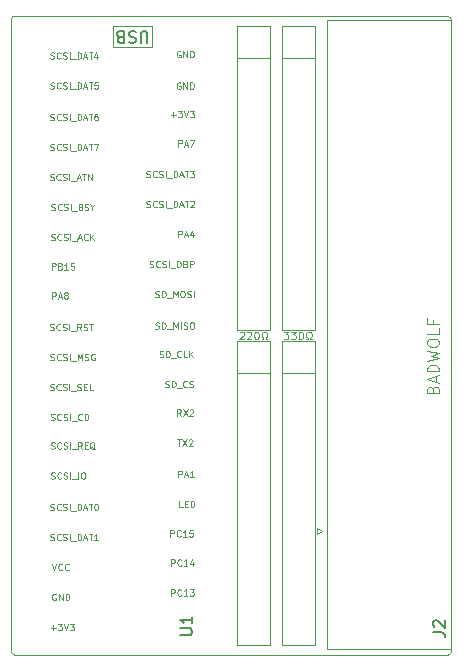
<source format=gto>
%TF.GenerationSoftware,KiCad,Pcbnew,(5.1.10-1-10_14)*%
%TF.CreationDate,2021-10-09T14:12:20-05:00*%
%TF.ProjectId,bluepill_scsi,626c7565-7069-46c6-9c5f-736373692e6b,rev?*%
%TF.SameCoordinates,Original*%
%TF.FileFunction,Legend,Top*%
%TF.FilePolarity,Positive*%
%FSLAX46Y46*%
G04 Gerber Fmt 4.6, Leading zero omitted, Abs format (unit mm)*
G04 Created by KiCad (PCBNEW (5.1.10-1-10_14)) date 2021-10-09 14:12:20*
%MOMM*%
%LPD*%
G01*
G04 APERTURE LIST*
%ADD10C,0.100000*%
%TA.AperFunction,Profile*%
%ADD11C,0.050000*%
%TD*%
%ADD12C,0.120000*%
%ADD13C,0.150000*%
%ADD14O,2.350000X1.827200*%
%ADD15O,1.700000X1.700000*%
%ADD16O,1.900000X1.900000*%
%ADD17C,1.700000*%
%ADD18C,4.100000*%
G04 APERTURE END LIST*
D10*
X91206761Y-114844619D02*
X91285333Y-114870809D01*
X91416285Y-114870809D01*
X91468666Y-114844619D01*
X91494857Y-114818428D01*
X91521047Y-114766047D01*
X91521047Y-114713666D01*
X91494857Y-114661285D01*
X91468666Y-114635095D01*
X91416285Y-114608904D01*
X91311523Y-114582714D01*
X91259142Y-114556523D01*
X91232952Y-114530333D01*
X91206761Y-114477952D01*
X91206761Y-114425571D01*
X91232952Y-114373190D01*
X91259142Y-114347000D01*
X91311523Y-114320809D01*
X91442476Y-114320809D01*
X91521047Y-114347000D01*
X92071047Y-114818428D02*
X92044857Y-114844619D01*
X91966285Y-114870809D01*
X91913904Y-114870809D01*
X91835333Y-114844619D01*
X91782952Y-114792238D01*
X91756761Y-114739857D01*
X91730571Y-114635095D01*
X91730571Y-114556523D01*
X91756761Y-114451761D01*
X91782952Y-114399380D01*
X91835333Y-114347000D01*
X91913904Y-114320809D01*
X91966285Y-114320809D01*
X92044857Y-114347000D01*
X92071047Y-114373190D01*
X92280571Y-114844619D02*
X92359142Y-114870809D01*
X92490095Y-114870809D01*
X92542476Y-114844619D01*
X92568666Y-114818428D01*
X92594857Y-114766047D01*
X92594857Y-114713666D01*
X92568666Y-114661285D01*
X92542476Y-114635095D01*
X92490095Y-114608904D01*
X92385333Y-114582714D01*
X92332952Y-114556523D01*
X92306761Y-114530333D01*
X92280571Y-114477952D01*
X92280571Y-114425571D01*
X92306761Y-114373190D01*
X92332952Y-114347000D01*
X92385333Y-114320809D01*
X92516285Y-114320809D01*
X92594857Y-114347000D01*
X92830571Y-114870809D02*
X92830571Y-114320809D01*
X92961523Y-114923190D02*
X93380571Y-114923190D01*
X93485333Y-114713666D02*
X93747238Y-114713666D01*
X93432952Y-114870809D02*
X93616285Y-114320809D01*
X93799619Y-114870809D01*
X94297238Y-114818428D02*
X94271047Y-114844619D01*
X94192476Y-114870809D01*
X94140095Y-114870809D01*
X94061523Y-114844619D01*
X94009142Y-114792238D01*
X93982952Y-114739857D01*
X93956761Y-114635095D01*
X93956761Y-114556523D01*
X93982952Y-114451761D01*
X94009142Y-114399380D01*
X94061523Y-114347000D01*
X94140095Y-114320809D01*
X94192476Y-114320809D01*
X94271047Y-114347000D01*
X94297238Y-114373190D01*
X94532952Y-114870809D02*
X94532952Y-114320809D01*
X94847238Y-114870809D02*
X94611523Y-114556523D01*
X94847238Y-114320809D02*
X94532952Y-114635095D01*
D11*
X125095000Y-149705000D02*
G75*
G02*
X124841000Y-149959000I-254000J0D01*
G01*
X88085000Y-149955000D02*
G75*
G02*
X87831000Y-149701000I0J254000D01*
G01*
X87835000Y-96139000D02*
G75*
G02*
X88089000Y-95885000I254000J0D01*
G01*
X124714000Y-95885000D02*
G75*
G02*
X125095000Y-96266000I0J-381000D01*
G01*
D10*
X101977833Y-134940809D02*
X101977833Y-134390809D01*
X102187357Y-134390809D01*
X102239738Y-134417000D01*
X102265928Y-134443190D01*
X102292119Y-134495571D01*
X102292119Y-134574142D01*
X102265928Y-134626523D01*
X102239738Y-134652714D01*
X102187357Y-134678904D01*
X101977833Y-134678904D01*
X102501642Y-134783666D02*
X102763547Y-134783666D01*
X102449261Y-134940809D02*
X102632595Y-134390809D01*
X102815928Y-134940809D01*
X103287357Y-134940809D02*
X102973071Y-134940809D01*
X103130214Y-134940809D02*
X103130214Y-134390809D01*
X103077833Y-134469380D01*
X103025452Y-134521761D01*
X102973071Y-134547952D01*
X101977833Y-106937309D02*
X101977833Y-106387309D01*
X102187357Y-106387309D01*
X102239738Y-106413500D01*
X102265928Y-106439690D01*
X102292119Y-106492071D01*
X102292119Y-106570642D01*
X102265928Y-106623023D01*
X102239738Y-106649214D01*
X102187357Y-106675404D01*
X101977833Y-106675404D01*
X102501642Y-106780166D02*
X102763547Y-106780166D01*
X102449261Y-106937309D02*
X102632595Y-106387309D01*
X102815928Y-106937309D01*
X102946880Y-106387309D02*
X103313547Y-106387309D01*
X103077833Y-106937309D01*
X101977833Y-114620809D02*
X101977833Y-114070809D01*
X102187357Y-114070809D01*
X102239738Y-114097000D01*
X102265928Y-114123190D01*
X102292119Y-114175571D01*
X102292119Y-114254142D01*
X102265928Y-114306523D01*
X102239738Y-114332714D01*
X102187357Y-114358904D01*
X101977833Y-114358904D01*
X102501642Y-114463666D02*
X102763547Y-114463666D01*
X102449261Y-114620809D02*
X102632595Y-114070809D01*
X102815928Y-114620809D01*
X103234976Y-114254142D02*
X103234976Y-114620809D01*
X103104023Y-114044619D02*
X102973071Y-114437476D01*
X103313547Y-114437476D01*
X91305833Y-119823809D02*
X91305833Y-119273809D01*
X91515357Y-119273809D01*
X91567738Y-119300000D01*
X91593928Y-119326190D01*
X91620119Y-119378571D01*
X91620119Y-119457142D01*
X91593928Y-119509523D01*
X91567738Y-119535714D01*
X91515357Y-119561904D01*
X91305833Y-119561904D01*
X91829642Y-119666666D02*
X92091547Y-119666666D01*
X91777261Y-119823809D02*
X91960595Y-119273809D01*
X92143928Y-119823809D01*
X92405833Y-119509523D02*
X92353452Y-119483333D01*
X92327261Y-119457142D01*
X92301071Y-119404761D01*
X92301071Y-119378571D01*
X92327261Y-119326190D01*
X92353452Y-119300000D01*
X92405833Y-119273809D01*
X92510595Y-119273809D01*
X92562976Y-119300000D01*
X92589166Y-119326190D01*
X92615357Y-119378571D01*
X92615357Y-119404761D01*
X92589166Y-119457142D01*
X92562976Y-119483333D01*
X92510595Y-119509523D01*
X92405833Y-119509523D01*
X92353452Y-119535714D01*
X92327261Y-119561904D01*
X92301071Y-119614285D01*
X92301071Y-119719047D01*
X92327261Y-119771428D01*
X92353452Y-119797619D01*
X92405833Y-119823809D01*
X92510595Y-119823809D01*
X92562976Y-119797619D01*
X92589166Y-119771428D01*
X92615357Y-119719047D01*
X92615357Y-119614285D01*
X92589166Y-119561904D01*
X92562976Y-119535714D01*
X92510595Y-119509523D01*
X91258642Y-117347309D02*
X91258642Y-116797309D01*
X91468166Y-116797309D01*
X91520547Y-116823500D01*
X91546738Y-116849690D01*
X91572928Y-116902071D01*
X91572928Y-116980642D01*
X91546738Y-117033023D01*
X91520547Y-117059214D01*
X91468166Y-117085404D01*
X91258642Y-117085404D01*
X91991976Y-117059214D02*
X92070547Y-117085404D01*
X92096738Y-117111595D01*
X92122928Y-117163976D01*
X92122928Y-117242547D01*
X92096738Y-117294928D01*
X92070547Y-117321119D01*
X92018166Y-117347309D01*
X91808642Y-117347309D01*
X91808642Y-116797309D01*
X91991976Y-116797309D01*
X92044357Y-116823500D01*
X92070547Y-116849690D01*
X92096738Y-116902071D01*
X92096738Y-116954452D01*
X92070547Y-117006833D01*
X92044357Y-117033023D01*
X91991976Y-117059214D01*
X91808642Y-117059214D01*
X92646738Y-117347309D02*
X92332452Y-117347309D01*
X92489595Y-117347309D02*
X92489595Y-116797309D01*
X92437214Y-116875880D01*
X92384833Y-116928261D01*
X92332452Y-116954452D01*
X93144357Y-116797309D02*
X92882452Y-116797309D01*
X92856261Y-117059214D01*
X92882452Y-117033023D01*
X92934833Y-117006833D01*
X93065785Y-117006833D01*
X93118166Y-117033023D01*
X93144357Y-117059214D01*
X93170547Y-117111595D01*
X93170547Y-117242547D01*
X93144357Y-117294928D01*
X93118166Y-117321119D01*
X93065785Y-117347309D01*
X92934833Y-117347309D01*
X92882452Y-117321119D01*
X92856261Y-117294928D01*
X101295642Y-139957309D02*
X101295642Y-139407309D01*
X101505166Y-139407309D01*
X101557547Y-139433500D01*
X101583738Y-139459690D01*
X101609928Y-139512071D01*
X101609928Y-139590642D01*
X101583738Y-139643023D01*
X101557547Y-139669214D01*
X101505166Y-139695404D01*
X101295642Y-139695404D01*
X102159928Y-139904928D02*
X102133738Y-139931119D01*
X102055166Y-139957309D01*
X102002785Y-139957309D01*
X101924214Y-139931119D01*
X101871833Y-139878738D01*
X101845642Y-139826357D01*
X101819452Y-139721595D01*
X101819452Y-139643023D01*
X101845642Y-139538261D01*
X101871833Y-139485880D01*
X101924214Y-139433500D01*
X102002785Y-139407309D01*
X102055166Y-139407309D01*
X102133738Y-139433500D01*
X102159928Y-139459690D01*
X102683738Y-139957309D02*
X102369452Y-139957309D01*
X102526595Y-139957309D02*
X102526595Y-139407309D01*
X102474214Y-139485880D01*
X102421833Y-139538261D01*
X102369452Y-139564452D01*
X103181357Y-139407309D02*
X102919452Y-139407309D01*
X102893261Y-139669214D01*
X102919452Y-139643023D01*
X102971833Y-139616833D01*
X103102785Y-139616833D01*
X103155166Y-139643023D01*
X103181357Y-139669214D01*
X103207547Y-139721595D01*
X103207547Y-139852547D01*
X103181357Y-139904928D01*
X103155166Y-139931119D01*
X103102785Y-139957309D01*
X102971833Y-139957309D01*
X102919452Y-139931119D01*
X102893261Y-139904928D01*
X101359142Y-142433809D02*
X101359142Y-141883809D01*
X101568666Y-141883809D01*
X101621047Y-141910000D01*
X101647238Y-141936190D01*
X101673428Y-141988571D01*
X101673428Y-142067142D01*
X101647238Y-142119523D01*
X101621047Y-142145714D01*
X101568666Y-142171904D01*
X101359142Y-142171904D01*
X102223428Y-142381428D02*
X102197238Y-142407619D01*
X102118666Y-142433809D01*
X102066285Y-142433809D01*
X101987714Y-142407619D01*
X101935333Y-142355238D01*
X101909142Y-142302857D01*
X101882952Y-142198095D01*
X101882952Y-142119523D01*
X101909142Y-142014761D01*
X101935333Y-141962380D01*
X101987714Y-141910000D01*
X102066285Y-141883809D01*
X102118666Y-141883809D01*
X102197238Y-141910000D01*
X102223428Y-141936190D01*
X102747238Y-142433809D02*
X102432952Y-142433809D01*
X102590095Y-142433809D02*
X102590095Y-141883809D01*
X102537714Y-141962380D01*
X102485333Y-142014761D01*
X102432952Y-142040952D01*
X103218666Y-142067142D02*
X103218666Y-142433809D01*
X103087714Y-141857619D02*
X102956761Y-142250476D01*
X103297238Y-142250476D01*
X101359142Y-144973809D02*
X101359142Y-144423809D01*
X101568666Y-144423809D01*
X101621047Y-144450000D01*
X101647238Y-144476190D01*
X101673428Y-144528571D01*
X101673428Y-144607142D01*
X101647238Y-144659523D01*
X101621047Y-144685714D01*
X101568666Y-144711904D01*
X101359142Y-144711904D01*
X102223428Y-144921428D02*
X102197238Y-144947619D01*
X102118666Y-144973809D01*
X102066285Y-144973809D01*
X101987714Y-144947619D01*
X101935333Y-144895238D01*
X101909142Y-144842857D01*
X101882952Y-144738095D01*
X101882952Y-144659523D01*
X101909142Y-144554761D01*
X101935333Y-144502380D01*
X101987714Y-144450000D01*
X102066285Y-144423809D01*
X102118666Y-144423809D01*
X102197238Y-144450000D01*
X102223428Y-144476190D01*
X102747238Y-144973809D02*
X102432952Y-144973809D01*
X102590095Y-144973809D02*
X102590095Y-144423809D01*
X102537714Y-144502380D01*
X102485333Y-144554761D01*
X102432952Y-144580952D01*
X102930571Y-144423809D02*
X103271047Y-144423809D01*
X103087714Y-144633333D01*
X103166285Y-144633333D01*
X103218666Y-144659523D01*
X103244857Y-144685714D01*
X103271047Y-144738095D01*
X103271047Y-144869047D01*
X103244857Y-144921428D01*
X103218666Y-144947619D01*
X103166285Y-144973809D01*
X103009142Y-144973809D01*
X102956761Y-144947619D01*
X102930571Y-144921428D01*
X102202428Y-129733809D02*
X102019095Y-129471904D01*
X101888142Y-129733809D02*
X101888142Y-129183809D01*
X102097666Y-129183809D01*
X102150047Y-129210000D01*
X102176238Y-129236190D01*
X102202428Y-129288571D01*
X102202428Y-129367142D01*
X102176238Y-129419523D01*
X102150047Y-129445714D01*
X102097666Y-129471904D01*
X101888142Y-129471904D01*
X102385761Y-129183809D02*
X102752428Y-129733809D01*
X102752428Y-129183809D02*
X102385761Y-129733809D01*
X102935761Y-129236190D02*
X102961952Y-129210000D01*
X103014333Y-129183809D01*
X103145285Y-129183809D01*
X103197666Y-129210000D01*
X103223857Y-129236190D01*
X103250047Y-129288571D01*
X103250047Y-129340952D01*
X103223857Y-129419523D01*
X102909571Y-129733809D01*
X103250047Y-129733809D01*
X101875047Y-131723809D02*
X102189333Y-131723809D01*
X102032190Y-132273809D02*
X102032190Y-131723809D01*
X102320285Y-131723809D02*
X102686952Y-132273809D01*
X102686952Y-131723809D02*
X102320285Y-132273809D01*
X102870285Y-131776190D02*
X102896476Y-131750000D01*
X102948857Y-131723809D01*
X103079809Y-131723809D01*
X103132190Y-131750000D01*
X103158380Y-131776190D01*
X103184571Y-131828571D01*
X103184571Y-131880952D01*
X103158380Y-131959523D01*
X102844095Y-132273809D01*
X103184571Y-132273809D01*
X91277666Y-142260809D02*
X91461000Y-142810809D01*
X91644333Y-142260809D01*
X92141952Y-142758428D02*
X92115761Y-142784619D01*
X92037190Y-142810809D01*
X91984809Y-142810809D01*
X91906238Y-142784619D01*
X91853857Y-142732238D01*
X91827666Y-142679857D01*
X91801476Y-142575095D01*
X91801476Y-142496523D01*
X91827666Y-142391761D01*
X91853857Y-142339380D01*
X91906238Y-142287000D01*
X91984809Y-142260809D01*
X92037190Y-142260809D01*
X92115761Y-142287000D01*
X92141952Y-142313190D01*
X92691952Y-142758428D02*
X92665761Y-142784619D01*
X92587190Y-142810809D01*
X92534809Y-142810809D01*
X92456238Y-142784619D01*
X92403857Y-142732238D01*
X92377666Y-142679857D01*
X92351476Y-142575095D01*
X92351476Y-142496523D01*
X92377666Y-142391761D01*
X92403857Y-142339380D01*
X92456238Y-142287000D01*
X92534809Y-142260809D01*
X92587190Y-142260809D01*
X92665761Y-142287000D01*
X92691952Y-142313190D01*
X91591952Y-144827000D02*
X91539571Y-144800809D01*
X91461000Y-144800809D01*
X91382428Y-144827000D01*
X91330047Y-144879380D01*
X91303857Y-144931761D01*
X91277666Y-145036523D01*
X91277666Y-145115095D01*
X91303857Y-145219857D01*
X91330047Y-145272238D01*
X91382428Y-145324619D01*
X91461000Y-145350809D01*
X91513380Y-145350809D01*
X91591952Y-145324619D01*
X91618142Y-145298428D01*
X91618142Y-145115095D01*
X91513380Y-145115095D01*
X91853857Y-145350809D02*
X91853857Y-144800809D01*
X92168142Y-145350809D01*
X92168142Y-144800809D01*
X92430047Y-145350809D02*
X92430047Y-144800809D01*
X92561000Y-144800809D01*
X92639571Y-144827000D01*
X92691952Y-144879380D01*
X92718142Y-144931761D01*
X92744333Y-145036523D01*
X92744333Y-145115095D01*
X92718142Y-145219857D01*
X92691952Y-145272238D01*
X92639571Y-145324619D01*
X92561000Y-145350809D01*
X92430047Y-145350809D01*
X91168952Y-147681285D02*
X91588000Y-147681285D01*
X91378476Y-147890809D02*
X91378476Y-147471761D01*
X91797523Y-147340809D02*
X92138000Y-147340809D01*
X91954666Y-147550333D01*
X92033238Y-147550333D01*
X92085619Y-147576523D01*
X92111809Y-147602714D01*
X92138000Y-147655095D01*
X92138000Y-147786047D01*
X92111809Y-147838428D01*
X92085619Y-147864619D01*
X92033238Y-147890809D01*
X91876095Y-147890809D01*
X91823714Y-147864619D01*
X91797523Y-147838428D01*
X92295142Y-147340809D02*
X92478476Y-147890809D01*
X92661809Y-147340809D01*
X92792761Y-147340809D02*
X93133238Y-147340809D01*
X92949904Y-147550333D01*
X93028476Y-147550333D01*
X93080857Y-147576523D01*
X93107047Y-147602714D01*
X93133238Y-147655095D01*
X93133238Y-147786047D01*
X93107047Y-147838428D01*
X93080857Y-147864619D01*
X93028476Y-147890809D01*
X92871333Y-147890809D01*
X92818952Y-147864619D01*
X92792761Y-147838428D01*
X102136952Y-98857000D02*
X102084571Y-98830809D01*
X102006000Y-98830809D01*
X101927428Y-98857000D01*
X101875047Y-98909380D01*
X101848857Y-98961761D01*
X101822666Y-99066523D01*
X101822666Y-99145095D01*
X101848857Y-99249857D01*
X101875047Y-99302238D01*
X101927428Y-99354619D01*
X102006000Y-99380809D01*
X102058380Y-99380809D01*
X102136952Y-99354619D01*
X102163142Y-99328428D01*
X102163142Y-99145095D01*
X102058380Y-99145095D01*
X102398857Y-99380809D02*
X102398857Y-98830809D01*
X102713142Y-99380809D01*
X102713142Y-98830809D01*
X102975047Y-99380809D02*
X102975047Y-98830809D01*
X103106000Y-98830809D01*
X103184571Y-98857000D01*
X103236952Y-98909380D01*
X103263142Y-98961761D01*
X103289333Y-99066523D01*
X103289333Y-99145095D01*
X103263142Y-99249857D01*
X103236952Y-99302238D01*
X103184571Y-99354619D01*
X103106000Y-99380809D01*
X102975047Y-99380809D01*
X102136952Y-101524000D02*
X102084571Y-101497809D01*
X102006000Y-101497809D01*
X101927428Y-101524000D01*
X101875047Y-101576380D01*
X101848857Y-101628761D01*
X101822666Y-101733523D01*
X101822666Y-101812095D01*
X101848857Y-101916857D01*
X101875047Y-101969238D01*
X101927428Y-102021619D01*
X102006000Y-102047809D01*
X102058380Y-102047809D01*
X102136952Y-102021619D01*
X102163142Y-101995428D01*
X102163142Y-101812095D01*
X102058380Y-101812095D01*
X102398857Y-102047809D02*
X102398857Y-101497809D01*
X102713142Y-102047809D01*
X102713142Y-101497809D01*
X102975047Y-102047809D02*
X102975047Y-101497809D01*
X103106000Y-101497809D01*
X103184571Y-101524000D01*
X103236952Y-101576380D01*
X103263142Y-101628761D01*
X103289333Y-101733523D01*
X103289333Y-101812095D01*
X103263142Y-101916857D01*
X103236952Y-101969238D01*
X103184571Y-102021619D01*
X103106000Y-102047809D01*
X102975047Y-102047809D01*
X101332952Y-104251285D02*
X101752000Y-104251285D01*
X101542476Y-104460809D02*
X101542476Y-104041761D01*
X101961523Y-103910809D02*
X102302000Y-103910809D01*
X102118666Y-104120333D01*
X102197238Y-104120333D01*
X102249619Y-104146523D01*
X102275809Y-104172714D01*
X102302000Y-104225095D01*
X102302000Y-104356047D01*
X102275809Y-104408428D01*
X102249619Y-104434619D01*
X102197238Y-104460809D01*
X102040095Y-104460809D01*
X101987714Y-104434619D01*
X101961523Y-104408428D01*
X102459142Y-103910809D02*
X102642476Y-104460809D01*
X102825809Y-103910809D01*
X102956761Y-103910809D02*
X103297238Y-103910809D01*
X103113904Y-104120333D01*
X103192476Y-104120333D01*
X103244857Y-104146523D01*
X103271047Y-104172714D01*
X103297238Y-104225095D01*
X103297238Y-104356047D01*
X103271047Y-104408428D01*
X103244857Y-104434619D01*
X103192476Y-104460809D01*
X103035333Y-104460809D01*
X102982952Y-104434619D01*
X102956761Y-104408428D01*
X99269333Y-109514619D02*
X99347904Y-109540809D01*
X99478857Y-109540809D01*
X99531238Y-109514619D01*
X99557428Y-109488428D01*
X99583619Y-109436047D01*
X99583619Y-109383666D01*
X99557428Y-109331285D01*
X99531238Y-109305095D01*
X99478857Y-109278904D01*
X99374095Y-109252714D01*
X99321714Y-109226523D01*
X99295523Y-109200333D01*
X99269333Y-109147952D01*
X99269333Y-109095571D01*
X99295523Y-109043190D01*
X99321714Y-109017000D01*
X99374095Y-108990809D01*
X99505047Y-108990809D01*
X99583619Y-109017000D01*
X100133619Y-109488428D02*
X100107428Y-109514619D01*
X100028857Y-109540809D01*
X99976476Y-109540809D01*
X99897904Y-109514619D01*
X99845523Y-109462238D01*
X99819333Y-109409857D01*
X99793142Y-109305095D01*
X99793142Y-109226523D01*
X99819333Y-109121761D01*
X99845523Y-109069380D01*
X99897904Y-109017000D01*
X99976476Y-108990809D01*
X100028857Y-108990809D01*
X100107428Y-109017000D01*
X100133619Y-109043190D01*
X100343142Y-109514619D02*
X100421714Y-109540809D01*
X100552666Y-109540809D01*
X100605047Y-109514619D01*
X100631238Y-109488428D01*
X100657428Y-109436047D01*
X100657428Y-109383666D01*
X100631238Y-109331285D01*
X100605047Y-109305095D01*
X100552666Y-109278904D01*
X100447904Y-109252714D01*
X100395523Y-109226523D01*
X100369333Y-109200333D01*
X100343142Y-109147952D01*
X100343142Y-109095571D01*
X100369333Y-109043190D01*
X100395523Y-109017000D01*
X100447904Y-108990809D01*
X100578857Y-108990809D01*
X100657428Y-109017000D01*
X100893142Y-109540809D02*
X100893142Y-108990809D01*
X101024095Y-109593190D02*
X101443142Y-109593190D01*
X101574095Y-109540809D02*
X101574095Y-108990809D01*
X101705047Y-108990809D01*
X101783619Y-109017000D01*
X101836000Y-109069380D01*
X101862190Y-109121761D01*
X101888380Y-109226523D01*
X101888380Y-109305095D01*
X101862190Y-109409857D01*
X101836000Y-109462238D01*
X101783619Y-109514619D01*
X101705047Y-109540809D01*
X101574095Y-109540809D01*
X102097904Y-109383666D02*
X102359809Y-109383666D01*
X102045523Y-109540809D02*
X102228857Y-108990809D01*
X102412190Y-109540809D01*
X102516952Y-108990809D02*
X102831238Y-108990809D01*
X102674095Y-109540809D02*
X102674095Y-108990809D01*
X102962190Y-108990809D02*
X103302666Y-108990809D01*
X103119333Y-109200333D01*
X103197904Y-109200333D01*
X103250285Y-109226523D01*
X103276476Y-109252714D01*
X103302666Y-109305095D01*
X103302666Y-109436047D01*
X103276476Y-109488428D01*
X103250285Y-109514619D01*
X103197904Y-109540809D01*
X103040761Y-109540809D01*
X102988380Y-109514619D01*
X102962190Y-109488428D01*
X99269333Y-112054619D02*
X99347904Y-112080809D01*
X99478857Y-112080809D01*
X99531238Y-112054619D01*
X99557428Y-112028428D01*
X99583619Y-111976047D01*
X99583619Y-111923666D01*
X99557428Y-111871285D01*
X99531238Y-111845095D01*
X99478857Y-111818904D01*
X99374095Y-111792714D01*
X99321714Y-111766523D01*
X99295523Y-111740333D01*
X99269333Y-111687952D01*
X99269333Y-111635571D01*
X99295523Y-111583190D01*
X99321714Y-111557000D01*
X99374095Y-111530809D01*
X99505047Y-111530809D01*
X99583619Y-111557000D01*
X100133619Y-112028428D02*
X100107428Y-112054619D01*
X100028857Y-112080809D01*
X99976476Y-112080809D01*
X99897904Y-112054619D01*
X99845523Y-112002238D01*
X99819333Y-111949857D01*
X99793142Y-111845095D01*
X99793142Y-111766523D01*
X99819333Y-111661761D01*
X99845523Y-111609380D01*
X99897904Y-111557000D01*
X99976476Y-111530809D01*
X100028857Y-111530809D01*
X100107428Y-111557000D01*
X100133619Y-111583190D01*
X100343142Y-112054619D02*
X100421714Y-112080809D01*
X100552666Y-112080809D01*
X100605047Y-112054619D01*
X100631238Y-112028428D01*
X100657428Y-111976047D01*
X100657428Y-111923666D01*
X100631238Y-111871285D01*
X100605047Y-111845095D01*
X100552666Y-111818904D01*
X100447904Y-111792714D01*
X100395523Y-111766523D01*
X100369333Y-111740333D01*
X100343142Y-111687952D01*
X100343142Y-111635571D01*
X100369333Y-111583190D01*
X100395523Y-111557000D01*
X100447904Y-111530809D01*
X100578857Y-111530809D01*
X100657428Y-111557000D01*
X100893142Y-112080809D02*
X100893142Y-111530809D01*
X101024095Y-112133190D02*
X101443142Y-112133190D01*
X101574095Y-112080809D02*
X101574095Y-111530809D01*
X101705047Y-111530809D01*
X101783619Y-111557000D01*
X101836000Y-111609380D01*
X101862190Y-111661761D01*
X101888380Y-111766523D01*
X101888380Y-111845095D01*
X101862190Y-111949857D01*
X101836000Y-112002238D01*
X101783619Y-112054619D01*
X101705047Y-112080809D01*
X101574095Y-112080809D01*
X102097904Y-111923666D02*
X102359809Y-111923666D01*
X102045523Y-112080809D02*
X102228857Y-111530809D01*
X102412190Y-112080809D01*
X102516952Y-111530809D02*
X102831238Y-111530809D01*
X102674095Y-112080809D02*
X102674095Y-111530809D01*
X102988380Y-111583190D02*
X103014571Y-111557000D01*
X103066952Y-111530809D01*
X103197904Y-111530809D01*
X103250285Y-111557000D01*
X103276476Y-111583190D01*
X103302666Y-111635571D01*
X103302666Y-111687952D01*
X103276476Y-111766523D01*
X102962190Y-112080809D01*
X103302666Y-112080809D01*
X99553476Y-117134619D02*
X99632047Y-117160809D01*
X99763000Y-117160809D01*
X99815380Y-117134619D01*
X99841571Y-117108428D01*
X99867761Y-117056047D01*
X99867761Y-117003666D01*
X99841571Y-116951285D01*
X99815380Y-116925095D01*
X99763000Y-116898904D01*
X99658238Y-116872714D01*
X99605857Y-116846523D01*
X99579666Y-116820333D01*
X99553476Y-116767952D01*
X99553476Y-116715571D01*
X99579666Y-116663190D01*
X99605857Y-116637000D01*
X99658238Y-116610809D01*
X99789190Y-116610809D01*
X99867761Y-116637000D01*
X100417761Y-117108428D02*
X100391571Y-117134619D01*
X100313000Y-117160809D01*
X100260619Y-117160809D01*
X100182047Y-117134619D01*
X100129666Y-117082238D01*
X100103476Y-117029857D01*
X100077285Y-116925095D01*
X100077285Y-116846523D01*
X100103476Y-116741761D01*
X100129666Y-116689380D01*
X100182047Y-116637000D01*
X100260619Y-116610809D01*
X100313000Y-116610809D01*
X100391571Y-116637000D01*
X100417761Y-116663190D01*
X100627285Y-117134619D02*
X100705857Y-117160809D01*
X100836809Y-117160809D01*
X100889190Y-117134619D01*
X100915380Y-117108428D01*
X100941571Y-117056047D01*
X100941571Y-117003666D01*
X100915380Y-116951285D01*
X100889190Y-116925095D01*
X100836809Y-116898904D01*
X100732047Y-116872714D01*
X100679666Y-116846523D01*
X100653476Y-116820333D01*
X100627285Y-116767952D01*
X100627285Y-116715571D01*
X100653476Y-116663190D01*
X100679666Y-116637000D01*
X100732047Y-116610809D01*
X100863000Y-116610809D01*
X100941571Y-116637000D01*
X101177285Y-117160809D02*
X101177285Y-116610809D01*
X101308238Y-117213190D02*
X101727285Y-117213190D01*
X101858238Y-117160809D02*
X101858238Y-116610809D01*
X101989190Y-116610809D01*
X102067761Y-116637000D01*
X102120142Y-116689380D01*
X102146333Y-116741761D01*
X102172523Y-116846523D01*
X102172523Y-116925095D01*
X102146333Y-117029857D01*
X102120142Y-117082238D01*
X102067761Y-117134619D01*
X101989190Y-117160809D01*
X101858238Y-117160809D01*
X102591571Y-116872714D02*
X102670142Y-116898904D01*
X102696333Y-116925095D01*
X102722523Y-116977476D01*
X102722523Y-117056047D01*
X102696333Y-117108428D01*
X102670142Y-117134619D01*
X102617761Y-117160809D01*
X102408238Y-117160809D01*
X102408238Y-116610809D01*
X102591571Y-116610809D01*
X102643952Y-116637000D01*
X102670142Y-116663190D01*
X102696333Y-116715571D01*
X102696333Y-116767952D01*
X102670142Y-116820333D01*
X102643952Y-116846523D01*
X102591571Y-116872714D01*
X102408238Y-116872714D01*
X102958238Y-117160809D02*
X102958238Y-116610809D01*
X103167761Y-116610809D01*
X103220142Y-116637000D01*
X103246333Y-116663190D01*
X103272523Y-116715571D01*
X103272523Y-116794142D01*
X103246333Y-116846523D01*
X103220142Y-116872714D01*
X103167761Y-116898904D01*
X102958238Y-116898904D01*
X100030095Y-119674619D02*
X100108666Y-119700809D01*
X100239619Y-119700809D01*
X100292000Y-119674619D01*
X100318190Y-119648428D01*
X100344380Y-119596047D01*
X100344380Y-119543666D01*
X100318190Y-119491285D01*
X100292000Y-119465095D01*
X100239619Y-119438904D01*
X100134857Y-119412714D01*
X100082476Y-119386523D01*
X100056285Y-119360333D01*
X100030095Y-119307952D01*
X100030095Y-119255571D01*
X100056285Y-119203190D01*
X100082476Y-119177000D01*
X100134857Y-119150809D01*
X100265809Y-119150809D01*
X100344380Y-119177000D01*
X100580095Y-119700809D02*
X100580095Y-119150809D01*
X100711047Y-119150809D01*
X100789619Y-119177000D01*
X100842000Y-119229380D01*
X100868190Y-119281761D01*
X100894380Y-119386523D01*
X100894380Y-119465095D01*
X100868190Y-119569857D01*
X100842000Y-119622238D01*
X100789619Y-119674619D01*
X100711047Y-119700809D01*
X100580095Y-119700809D01*
X100999142Y-119753190D02*
X101418190Y-119753190D01*
X101549142Y-119700809D02*
X101549142Y-119150809D01*
X101732476Y-119543666D01*
X101915809Y-119150809D01*
X101915809Y-119700809D01*
X102282476Y-119150809D02*
X102387238Y-119150809D01*
X102439619Y-119177000D01*
X102492000Y-119229380D01*
X102518190Y-119334142D01*
X102518190Y-119517476D01*
X102492000Y-119622238D01*
X102439619Y-119674619D01*
X102387238Y-119700809D01*
X102282476Y-119700809D01*
X102230095Y-119674619D01*
X102177714Y-119622238D01*
X102151523Y-119517476D01*
X102151523Y-119334142D01*
X102177714Y-119229380D01*
X102230095Y-119177000D01*
X102282476Y-119150809D01*
X102727714Y-119674619D02*
X102806285Y-119700809D01*
X102937238Y-119700809D01*
X102989619Y-119674619D01*
X103015809Y-119648428D01*
X103042000Y-119596047D01*
X103042000Y-119543666D01*
X103015809Y-119491285D01*
X102989619Y-119465095D01*
X102937238Y-119438904D01*
X102832476Y-119412714D01*
X102780095Y-119386523D01*
X102753904Y-119360333D01*
X102727714Y-119307952D01*
X102727714Y-119255571D01*
X102753904Y-119203190D01*
X102780095Y-119177000D01*
X102832476Y-119150809D01*
X102963428Y-119150809D01*
X103042000Y-119177000D01*
X103277714Y-119700809D02*
X103277714Y-119150809D01*
X100030095Y-122341619D02*
X100108666Y-122367809D01*
X100239619Y-122367809D01*
X100292000Y-122341619D01*
X100318190Y-122315428D01*
X100344380Y-122263047D01*
X100344380Y-122210666D01*
X100318190Y-122158285D01*
X100292000Y-122132095D01*
X100239619Y-122105904D01*
X100134857Y-122079714D01*
X100082476Y-122053523D01*
X100056285Y-122027333D01*
X100030095Y-121974952D01*
X100030095Y-121922571D01*
X100056285Y-121870190D01*
X100082476Y-121844000D01*
X100134857Y-121817809D01*
X100265809Y-121817809D01*
X100344380Y-121844000D01*
X100580095Y-122367809D02*
X100580095Y-121817809D01*
X100711047Y-121817809D01*
X100789619Y-121844000D01*
X100842000Y-121896380D01*
X100868190Y-121948761D01*
X100894380Y-122053523D01*
X100894380Y-122132095D01*
X100868190Y-122236857D01*
X100842000Y-122289238D01*
X100789619Y-122341619D01*
X100711047Y-122367809D01*
X100580095Y-122367809D01*
X100999142Y-122420190D02*
X101418190Y-122420190D01*
X101549142Y-122367809D02*
X101549142Y-121817809D01*
X101732476Y-122210666D01*
X101915809Y-121817809D01*
X101915809Y-122367809D01*
X102177714Y-122367809D02*
X102177714Y-121817809D01*
X102413428Y-122341619D02*
X102492000Y-122367809D01*
X102622952Y-122367809D01*
X102675333Y-122341619D01*
X102701523Y-122315428D01*
X102727714Y-122263047D01*
X102727714Y-122210666D01*
X102701523Y-122158285D01*
X102675333Y-122132095D01*
X102622952Y-122105904D01*
X102518190Y-122079714D01*
X102465809Y-122053523D01*
X102439619Y-122027333D01*
X102413428Y-121974952D01*
X102413428Y-121922571D01*
X102439619Y-121870190D01*
X102465809Y-121844000D01*
X102518190Y-121817809D01*
X102649142Y-121817809D01*
X102727714Y-121844000D01*
X103068190Y-121817809D02*
X103172952Y-121817809D01*
X103225333Y-121844000D01*
X103277714Y-121896380D01*
X103303904Y-122001142D01*
X103303904Y-122184476D01*
X103277714Y-122289238D01*
X103225333Y-122341619D01*
X103172952Y-122367809D01*
X103068190Y-122367809D01*
X103015809Y-122341619D01*
X102963428Y-122289238D01*
X102937238Y-122184476D01*
X102937238Y-122001142D01*
X102963428Y-121896380D01*
X103015809Y-121844000D01*
X103068190Y-121817809D01*
X100379714Y-124754619D02*
X100458285Y-124780809D01*
X100589238Y-124780809D01*
X100641619Y-124754619D01*
X100667809Y-124728428D01*
X100694000Y-124676047D01*
X100694000Y-124623666D01*
X100667809Y-124571285D01*
X100641619Y-124545095D01*
X100589238Y-124518904D01*
X100484476Y-124492714D01*
X100432095Y-124466523D01*
X100405904Y-124440333D01*
X100379714Y-124387952D01*
X100379714Y-124335571D01*
X100405904Y-124283190D01*
X100432095Y-124257000D01*
X100484476Y-124230809D01*
X100615428Y-124230809D01*
X100694000Y-124257000D01*
X100929714Y-124780809D02*
X100929714Y-124230809D01*
X101060666Y-124230809D01*
X101139238Y-124257000D01*
X101191619Y-124309380D01*
X101217809Y-124361761D01*
X101244000Y-124466523D01*
X101244000Y-124545095D01*
X101217809Y-124649857D01*
X101191619Y-124702238D01*
X101139238Y-124754619D01*
X101060666Y-124780809D01*
X100929714Y-124780809D01*
X101348761Y-124833190D02*
X101767809Y-124833190D01*
X102213047Y-124728428D02*
X102186857Y-124754619D01*
X102108285Y-124780809D01*
X102055904Y-124780809D01*
X101977333Y-124754619D01*
X101924952Y-124702238D01*
X101898761Y-124649857D01*
X101872571Y-124545095D01*
X101872571Y-124466523D01*
X101898761Y-124361761D01*
X101924952Y-124309380D01*
X101977333Y-124257000D01*
X102055904Y-124230809D01*
X102108285Y-124230809D01*
X102186857Y-124257000D01*
X102213047Y-124283190D01*
X102710666Y-124780809D02*
X102448761Y-124780809D01*
X102448761Y-124230809D01*
X102894000Y-124780809D02*
X102894000Y-124230809D01*
X103208285Y-124780809D02*
X102972571Y-124466523D01*
X103208285Y-124230809D02*
X102894000Y-124545095D01*
X100869428Y-127294619D02*
X100948000Y-127320809D01*
X101078952Y-127320809D01*
X101131333Y-127294619D01*
X101157523Y-127268428D01*
X101183714Y-127216047D01*
X101183714Y-127163666D01*
X101157523Y-127111285D01*
X101131333Y-127085095D01*
X101078952Y-127058904D01*
X100974190Y-127032714D01*
X100921809Y-127006523D01*
X100895619Y-126980333D01*
X100869428Y-126927952D01*
X100869428Y-126875571D01*
X100895619Y-126823190D01*
X100921809Y-126797000D01*
X100974190Y-126770809D01*
X101105142Y-126770809D01*
X101183714Y-126797000D01*
X101419428Y-127320809D02*
X101419428Y-126770809D01*
X101550380Y-126770809D01*
X101628952Y-126797000D01*
X101681333Y-126849380D01*
X101707523Y-126901761D01*
X101733714Y-127006523D01*
X101733714Y-127085095D01*
X101707523Y-127189857D01*
X101681333Y-127242238D01*
X101628952Y-127294619D01*
X101550380Y-127320809D01*
X101419428Y-127320809D01*
X101838476Y-127373190D02*
X102257523Y-127373190D01*
X102702761Y-127268428D02*
X102676571Y-127294619D01*
X102598000Y-127320809D01*
X102545619Y-127320809D01*
X102467047Y-127294619D01*
X102414666Y-127242238D01*
X102388476Y-127189857D01*
X102362285Y-127085095D01*
X102362285Y-127006523D01*
X102388476Y-126901761D01*
X102414666Y-126849380D01*
X102467047Y-126797000D01*
X102545619Y-126770809D01*
X102598000Y-126770809D01*
X102676571Y-126797000D01*
X102702761Y-126823190D01*
X102912285Y-127294619D02*
X102990857Y-127320809D01*
X103121809Y-127320809D01*
X103174190Y-127294619D01*
X103200380Y-127268428D01*
X103226571Y-127216047D01*
X103226571Y-127163666D01*
X103200380Y-127111285D01*
X103174190Y-127085095D01*
X103121809Y-127058904D01*
X103017047Y-127032714D01*
X102964666Y-127006523D01*
X102938476Y-126980333D01*
X102912285Y-126927952D01*
X102912285Y-126875571D01*
X102938476Y-126823190D01*
X102964666Y-126797000D01*
X103017047Y-126770809D01*
X103148000Y-126770809D01*
X103226571Y-126797000D01*
X102329428Y-137480809D02*
X102067523Y-137480809D01*
X102067523Y-136930809D01*
X102512761Y-137192714D02*
X102696095Y-137192714D01*
X102774666Y-137480809D02*
X102512761Y-137480809D01*
X102512761Y-136930809D01*
X102774666Y-136930809D01*
X103010380Y-137480809D02*
X103010380Y-136930809D01*
X103141333Y-136930809D01*
X103219904Y-136957000D01*
X103272285Y-137009380D01*
X103298476Y-137061761D01*
X103324666Y-137166523D01*
X103324666Y-137245095D01*
X103298476Y-137349857D01*
X103272285Y-137402238D01*
X103219904Y-137454619D01*
X103141333Y-137480809D01*
X103010380Y-137480809D01*
X91137333Y-140244619D02*
X91215904Y-140270809D01*
X91346857Y-140270809D01*
X91399238Y-140244619D01*
X91425428Y-140218428D01*
X91451619Y-140166047D01*
X91451619Y-140113666D01*
X91425428Y-140061285D01*
X91399238Y-140035095D01*
X91346857Y-140008904D01*
X91242095Y-139982714D01*
X91189714Y-139956523D01*
X91163523Y-139930333D01*
X91137333Y-139877952D01*
X91137333Y-139825571D01*
X91163523Y-139773190D01*
X91189714Y-139747000D01*
X91242095Y-139720809D01*
X91373047Y-139720809D01*
X91451619Y-139747000D01*
X92001619Y-140218428D02*
X91975428Y-140244619D01*
X91896857Y-140270809D01*
X91844476Y-140270809D01*
X91765904Y-140244619D01*
X91713523Y-140192238D01*
X91687333Y-140139857D01*
X91661142Y-140035095D01*
X91661142Y-139956523D01*
X91687333Y-139851761D01*
X91713523Y-139799380D01*
X91765904Y-139747000D01*
X91844476Y-139720809D01*
X91896857Y-139720809D01*
X91975428Y-139747000D01*
X92001619Y-139773190D01*
X92211142Y-140244619D02*
X92289714Y-140270809D01*
X92420666Y-140270809D01*
X92473047Y-140244619D01*
X92499238Y-140218428D01*
X92525428Y-140166047D01*
X92525428Y-140113666D01*
X92499238Y-140061285D01*
X92473047Y-140035095D01*
X92420666Y-140008904D01*
X92315904Y-139982714D01*
X92263523Y-139956523D01*
X92237333Y-139930333D01*
X92211142Y-139877952D01*
X92211142Y-139825571D01*
X92237333Y-139773190D01*
X92263523Y-139747000D01*
X92315904Y-139720809D01*
X92446857Y-139720809D01*
X92525428Y-139747000D01*
X92761142Y-140270809D02*
X92761142Y-139720809D01*
X92892095Y-140323190D02*
X93311142Y-140323190D01*
X93442095Y-140270809D02*
X93442095Y-139720809D01*
X93573047Y-139720809D01*
X93651619Y-139747000D01*
X93704000Y-139799380D01*
X93730190Y-139851761D01*
X93756380Y-139956523D01*
X93756380Y-140035095D01*
X93730190Y-140139857D01*
X93704000Y-140192238D01*
X93651619Y-140244619D01*
X93573047Y-140270809D01*
X93442095Y-140270809D01*
X93965904Y-140113666D02*
X94227809Y-140113666D01*
X93913523Y-140270809D02*
X94096857Y-139720809D01*
X94280190Y-140270809D01*
X94384952Y-139720809D02*
X94699238Y-139720809D01*
X94542095Y-140270809D02*
X94542095Y-139720809D01*
X95170666Y-140270809D02*
X94856380Y-140270809D01*
X95013523Y-140270809D02*
X95013523Y-139720809D01*
X94961142Y-139799380D01*
X94908761Y-139851761D01*
X94856380Y-139877952D01*
X91137333Y-137704619D02*
X91215904Y-137730809D01*
X91346857Y-137730809D01*
X91399238Y-137704619D01*
X91425428Y-137678428D01*
X91451619Y-137626047D01*
X91451619Y-137573666D01*
X91425428Y-137521285D01*
X91399238Y-137495095D01*
X91346857Y-137468904D01*
X91242095Y-137442714D01*
X91189714Y-137416523D01*
X91163523Y-137390333D01*
X91137333Y-137337952D01*
X91137333Y-137285571D01*
X91163523Y-137233190D01*
X91189714Y-137207000D01*
X91242095Y-137180809D01*
X91373047Y-137180809D01*
X91451619Y-137207000D01*
X92001619Y-137678428D02*
X91975428Y-137704619D01*
X91896857Y-137730809D01*
X91844476Y-137730809D01*
X91765904Y-137704619D01*
X91713523Y-137652238D01*
X91687333Y-137599857D01*
X91661142Y-137495095D01*
X91661142Y-137416523D01*
X91687333Y-137311761D01*
X91713523Y-137259380D01*
X91765904Y-137207000D01*
X91844476Y-137180809D01*
X91896857Y-137180809D01*
X91975428Y-137207000D01*
X92001619Y-137233190D01*
X92211142Y-137704619D02*
X92289714Y-137730809D01*
X92420666Y-137730809D01*
X92473047Y-137704619D01*
X92499238Y-137678428D01*
X92525428Y-137626047D01*
X92525428Y-137573666D01*
X92499238Y-137521285D01*
X92473047Y-137495095D01*
X92420666Y-137468904D01*
X92315904Y-137442714D01*
X92263523Y-137416523D01*
X92237333Y-137390333D01*
X92211142Y-137337952D01*
X92211142Y-137285571D01*
X92237333Y-137233190D01*
X92263523Y-137207000D01*
X92315904Y-137180809D01*
X92446857Y-137180809D01*
X92525428Y-137207000D01*
X92761142Y-137730809D02*
X92761142Y-137180809D01*
X92892095Y-137783190D02*
X93311142Y-137783190D01*
X93442095Y-137730809D02*
X93442095Y-137180809D01*
X93573047Y-137180809D01*
X93651619Y-137207000D01*
X93704000Y-137259380D01*
X93730190Y-137311761D01*
X93756380Y-137416523D01*
X93756380Y-137495095D01*
X93730190Y-137599857D01*
X93704000Y-137652238D01*
X93651619Y-137704619D01*
X93573047Y-137730809D01*
X93442095Y-137730809D01*
X93965904Y-137573666D02*
X94227809Y-137573666D01*
X93913523Y-137730809D02*
X94096857Y-137180809D01*
X94280190Y-137730809D01*
X94384952Y-137180809D02*
X94699238Y-137180809D01*
X94542095Y-137730809D02*
X94542095Y-137180809D01*
X94987333Y-137180809D02*
X95039714Y-137180809D01*
X95092095Y-137207000D01*
X95118285Y-137233190D01*
X95144476Y-137285571D01*
X95170666Y-137390333D01*
X95170666Y-137521285D01*
X95144476Y-137626047D01*
X95118285Y-137678428D01*
X95092095Y-137704619D01*
X95039714Y-137730809D01*
X94987333Y-137730809D01*
X94934952Y-137704619D01*
X94908761Y-137678428D01*
X94882571Y-137626047D01*
X94856380Y-137521285D01*
X94856380Y-137390333D01*
X94882571Y-137285571D01*
X94908761Y-137233190D01*
X94934952Y-137207000D01*
X94987333Y-137180809D01*
X91192428Y-135037619D02*
X91271000Y-135063809D01*
X91401952Y-135063809D01*
X91454333Y-135037619D01*
X91480523Y-135011428D01*
X91506714Y-134959047D01*
X91506714Y-134906666D01*
X91480523Y-134854285D01*
X91454333Y-134828095D01*
X91401952Y-134801904D01*
X91297190Y-134775714D01*
X91244809Y-134749523D01*
X91218619Y-134723333D01*
X91192428Y-134670952D01*
X91192428Y-134618571D01*
X91218619Y-134566190D01*
X91244809Y-134540000D01*
X91297190Y-134513809D01*
X91428142Y-134513809D01*
X91506714Y-134540000D01*
X92056714Y-135011428D02*
X92030523Y-135037619D01*
X91951952Y-135063809D01*
X91899571Y-135063809D01*
X91821000Y-135037619D01*
X91768619Y-134985238D01*
X91742428Y-134932857D01*
X91716238Y-134828095D01*
X91716238Y-134749523D01*
X91742428Y-134644761D01*
X91768619Y-134592380D01*
X91821000Y-134540000D01*
X91899571Y-134513809D01*
X91951952Y-134513809D01*
X92030523Y-134540000D01*
X92056714Y-134566190D01*
X92266238Y-135037619D02*
X92344809Y-135063809D01*
X92475761Y-135063809D01*
X92528142Y-135037619D01*
X92554333Y-135011428D01*
X92580523Y-134959047D01*
X92580523Y-134906666D01*
X92554333Y-134854285D01*
X92528142Y-134828095D01*
X92475761Y-134801904D01*
X92371000Y-134775714D01*
X92318619Y-134749523D01*
X92292428Y-134723333D01*
X92266238Y-134670952D01*
X92266238Y-134618571D01*
X92292428Y-134566190D01*
X92318619Y-134540000D01*
X92371000Y-134513809D01*
X92501952Y-134513809D01*
X92580523Y-134540000D01*
X92816238Y-135063809D02*
X92816238Y-134513809D01*
X92947190Y-135116190D02*
X93366238Y-135116190D01*
X93497190Y-135063809D02*
X93497190Y-134513809D01*
X93863857Y-134513809D02*
X93968619Y-134513809D01*
X94021000Y-134540000D01*
X94073380Y-134592380D01*
X94099571Y-134697142D01*
X94099571Y-134880476D01*
X94073380Y-134985238D01*
X94021000Y-135037619D01*
X93968619Y-135063809D01*
X93863857Y-135063809D01*
X93811476Y-135037619D01*
X93759095Y-134985238D01*
X93732904Y-134880476D01*
X93732904Y-134697142D01*
X93759095Y-134592380D01*
X93811476Y-134540000D01*
X93863857Y-134513809D01*
X91180571Y-132497619D02*
X91259142Y-132523809D01*
X91390095Y-132523809D01*
X91442476Y-132497619D01*
X91468666Y-132471428D01*
X91494857Y-132419047D01*
X91494857Y-132366666D01*
X91468666Y-132314285D01*
X91442476Y-132288095D01*
X91390095Y-132261904D01*
X91285333Y-132235714D01*
X91232952Y-132209523D01*
X91206761Y-132183333D01*
X91180571Y-132130952D01*
X91180571Y-132078571D01*
X91206761Y-132026190D01*
X91232952Y-132000000D01*
X91285333Y-131973809D01*
X91416285Y-131973809D01*
X91494857Y-132000000D01*
X92044857Y-132471428D02*
X92018666Y-132497619D01*
X91940095Y-132523809D01*
X91887714Y-132523809D01*
X91809142Y-132497619D01*
X91756761Y-132445238D01*
X91730571Y-132392857D01*
X91704380Y-132288095D01*
X91704380Y-132209523D01*
X91730571Y-132104761D01*
X91756761Y-132052380D01*
X91809142Y-132000000D01*
X91887714Y-131973809D01*
X91940095Y-131973809D01*
X92018666Y-132000000D01*
X92044857Y-132026190D01*
X92254380Y-132497619D02*
X92332952Y-132523809D01*
X92463904Y-132523809D01*
X92516285Y-132497619D01*
X92542476Y-132471428D01*
X92568666Y-132419047D01*
X92568666Y-132366666D01*
X92542476Y-132314285D01*
X92516285Y-132288095D01*
X92463904Y-132261904D01*
X92359142Y-132235714D01*
X92306761Y-132209523D01*
X92280571Y-132183333D01*
X92254380Y-132130952D01*
X92254380Y-132078571D01*
X92280571Y-132026190D01*
X92306761Y-132000000D01*
X92359142Y-131973809D01*
X92490095Y-131973809D01*
X92568666Y-132000000D01*
X92804380Y-132523809D02*
X92804380Y-131973809D01*
X92935333Y-132576190D02*
X93354380Y-132576190D01*
X93799619Y-132523809D02*
X93616285Y-132261904D01*
X93485333Y-132523809D02*
X93485333Y-131973809D01*
X93694857Y-131973809D01*
X93747238Y-132000000D01*
X93773428Y-132026190D01*
X93799619Y-132078571D01*
X93799619Y-132157142D01*
X93773428Y-132209523D01*
X93747238Y-132235714D01*
X93694857Y-132261904D01*
X93485333Y-132261904D01*
X94035333Y-132235714D02*
X94218666Y-132235714D01*
X94297238Y-132523809D02*
X94035333Y-132523809D01*
X94035333Y-131973809D01*
X94297238Y-131973809D01*
X94899619Y-132576190D02*
X94847238Y-132550000D01*
X94794857Y-132497619D01*
X94716285Y-132419047D01*
X94663904Y-132392857D01*
X94611523Y-132392857D01*
X94637714Y-132523809D02*
X94585333Y-132497619D01*
X94532952Y-132445238D01*
X94506761Y-132340476D01*
X94506761Y-132157142D01*
X94532952Y-132052380D01*
X94585333Y-132000000D01*
X94637714Y-131973809D01*
X94742476Y-131973809D01*
X94794857Y-132000000D01*
X94847238Y-132052380D01*
X94873428Y-132157142D01*
X94873428Y-132340476D01*
X94847238Y-132445238D01*
X94794857Y-132497619D01*
X94742476Y-132523809D01*
X94637714Y-132523809D01*
X91188476Y-130084619D02*
X91267047Y-130110809D01*
X91398000Y-130110809D01*
X91450380Y-130084619D01*
X91476571Y-130058428D01*
X91502761Y-130006047D01*
X91502761Y-129953666D01*
X91476571Y-129901285D01*
X91450380Y-129875095D01*
X91398000Y-129848904D01*
X91293238Y-129822714D01*
X91240857Y-129796523D01*
X91214666Y-129770333D01*
X91188476Y-129717952D01*
X91188476Y-129665571D01*
X91214666Y-129613190D01*
X91240857Y-129587000D01*
X91293238Y-129560809D01*
X91424190Y-129560809D01*
X91502761Y-129587000D01*
X92052761Y-130058428D02*
X92026571Y-130084619D01*
X91948000Y-130110809D01*
X91895619Y-130110809D01*
X91817047Y-130084619D01*
X91764666Y-130032238D01*
X91738476Y-129979857D01*
X91712285Y-129875095D01*
X91712285Y-129796523D01*
X91738476Y-129691761D01*
X91764666Y-129639380D01*
X91817047Y-129587000D01*
X91895619Y-129560809D01*
X91948000Y-129560809D01*
X92026571Y-129587000D01*
X92052761Y-129613190D01*
X92262285Y-130084619D02*
X92340857Y-130110809D01*
X92471809Y-130110809D01*
X92524190Y-130084619D01*
X92550380Y-130058428D01*
X92576571Y-130006047D01*
X92576571Y-129953666D01*
X92550380Y-129901285D01*
X92524190Y-129875095D01*
X92471809Y-129848904D01*
X92367047Y-129822714D01*
X92314666Y-129796523D01*
X92288476Y-129770333D01*
X92262285Y-129717952D01*
X92262285Y-129665571D01*
X92288476Y-129613190D01*
X92314666Y-129587000D01*
X92367047Y-129560809D01*
X92498000Y-129560809D01*
X92576571Y-129587000D01*
X92812285Y-130110809D02*
X92812285Y-129560809D01*
X92943238Y-130163190D02*
X93362285Y-130163190D01*
X93807523Y-130058428D02*
X93781333Y-130084619D01*
X93702761Y-130110809D01*
X93650380Y-130110809D01*
X93571809Y-130084619D01*
X93519428Y-130032238D01*
X93493238Y-129979857D01*
X93467047Y-129875095D01*
X93467047Y-129796523D01*
X93493238Y-129691761D01*
X93519428Y-129639380D01*
X93571809Y-129587000D01*
X93650380Y-129560809D01*
X93702761Y-129560809D01*
X93781333Y-129587000D01*
X93807523Y-129613190D01*
X94043238Y-130110809D02*
X94043238Y-129560809D01*
X94174190Y-129560809D01*
X94252761Y-129587000D01*
X94305142Y-129639380D01*
X94331333Y-129691761D01*
X94357523Y-129796523D01*
X94357523Y-129875095D01*
X94331333Y-129979857D01*
X94305142Y-130032238D01*
X94252761Y-130084619D01*
X94174190Y-130110809D01*
X94043238Y-130110809D01*
X91132142Y-127544619D02*
X91210714Y-127570809D01*
X91341666Y-127570809D01*
X91394047Y-127544619D01*
X91420238Y-127518428D01*
X91446428Y-127466047D01*
X91446428Y-127413666D01*
X91420238Y-127361285D01*
X91394047Y-127335095D01*
X91341666Y-127308904D01*
X91236904Y-127282714D01*
X91184523Y-127256523D01*
X91158333Y-127230333D01*
X91132142Y-127177952D01*
X91132142Y-127125571D01*
X91158333Y-127073190D01*
X91184523Y-127047000D01*
X91236904Y-127020809D01*
X91367857Y-127020809D01*
X91446428Y-127047000D01*
X91996428Y-127518428D02*
X91970238Y-127544619D01*
X91891666Y-127570809D01*
X91839285Y-127570809D01*
X91760714Y-127544619D01*
X91708333Y-127492238D01*
X91682142Y-127439857D01*
X91655952Y-127335095D01*
X91655952Y-127256523D01*
X91682142Y-127151761D01*
X91708333Y-127099380D01*
X91760714Y-127047000D01*
X91839285Y-127020809D01*
X91891666Y-127020809D01*
X91970238Y-127047000D01*
X91996428Y-127073190D01*
X92205952Y-127544619D02*
X92284523Y-127570809D01*
X92415476Y-127570809D01*
X92467857Y-127544619D01*
X92494047Y-127518428D01*
X92520238Y-127466047D01*
X92520238Y-127413666D01*
X92494047Y-127361285D01*
X92467857Y-127335095D01*
X92415476Y-127308904D01*
X92310714Y-127282714D01*
X92258333Y-127256523D01*
X92232142Y-127230333D01*
X92205952Y-127177952D01*
X92205952Y-127125571D01*
X92232142Y-127073190D01*
X92258333Y-127047000D01*
X92310714Y-127020809D01*
X92441666Y-127020809D01*
X92520238Y-127047000D01*
X92755952Y-127570809D02*
X92755952Y-127020809D01*
X92886904Y-127623190D02*
X93305952Y-127623190D01*
X93410714Y-127544619D02*
X93489285Y-127570809D01*
X93620238Y-127570809D01*
X93672619Y-127544619D01*
X93698809Y-127518428D01*
X93725000Y-127466047D01*
X93725000Y-127413666D01*
X93698809Y-127361285D01*
X93672619Y-127335095D01*
X93620238Y-127308904D01*
X93515476Y-127282714D01*
X93463095Y-127256523D01*
X93436904Y-127230333D01*
X93410714Y-127177952D01*
X93410714Y-127125571D01*
X93436904Y-127073190D01*
X93463095Y-127047000D01*
X93515476Y-127020809D01*
X93646428Y-127020809D01*
X93725000Y-127047000D01*
X93960714Y-127282714D02*
X94144047Y-127282714D01*
X94222619Y-127570809D02*
X93960714Y-127570809D01*
X93960714Y-127020809D01*
X94222619Y-127020809D01*
X94720238Y-127570809D02*
X94458333Y-127570809D01*
X94458333Y-127020809D01*
X91141285Y-125004619D02*
X91219857Y-125030809D01*
X91350809Y-125030809D01*
X91403190Y-125004619D01*
X91429380Y-124978428D01*
X91455571Y-124926047D01*
X91455571Y-124873666D01*
X91429380Y-124821285D01*
X91403190Y-124795095D01*
X91350809Y-124768904D01*
X91246047Y-124742714D01*
X91193666Y-124716523D01*
X91167476Y-124690333D01*
X91141285Y-124637952D01*
X91141285Y-124585571D01*
X91167476Y-124533190D01*
X91193666Y-124507000D01*
X91246047Y-124480809D01*
X91377000Y-124480809D01*
X91455571Y-124507000D01*
X92005571Y-124978428D02*
X91979380Y-125004619D01*
X91900809Y-125030809D01*
X91848428Y-125030809D01*
X91769857Y-125004619D01*
X91717476Y-124952238D01*
X91691285Y-124899857D01*
X91665095Y-124795095D01*
X91665095Y-124716523D01*
X91691285Y-124611761D01*
X91717476Y-124559380D01*
X91769857Y-124507000D01*
X91848428Y-124480809D01*
X91900809Y-124480809D01*
X91979380Y-124507000D01*
X92005571Y-124533190D01*
X92215095Y-125004619D02*
X92293666Y-125030809D01*
X92424619Y-125030809D01*
X92477000Y-125004619D01*
X92503190Y-124978428D01*
X92529380Y-124926047D01*
X92529380Y-124873666D01*
X92503190Y-124821285D01*
X92477000Y-124795095D01*
X92424619Y-124768904D01*
X92319857Y-124742714D01*
X92267476Y-124716523D01*
X92241285Y-124690333D01*
X92215095Y-124637952D01*
X92215095Y-124585571D01*
X92241285Y-124533190D01*
X92267476Y-124507000D01*
X92319857Y-124480809D01*
X92450809Y-124480809D01*
X92529380Y-124507000D01*
X92765095Y-125030809D02*
X92765095Y-124480809D01*
X92896047Y-125083190D02*
X93315095Y-125083190D01*
X93446047Y-125030809D02*
X93446047Y-124480809D01*
X93629380Y-124873666D01*
X93812714Y-124480809D01*
X93812714Y-125030809D01*
X94048428Y-125004619D02*
X94127000Y-125030809D01*
X94257952Y-125030809D01*
X94310333Y-125004619D01*
X94336523Y-124978428D01*
X94362714Y-124926047D01*
X94362714Y-124873666D01*
X94336523Y-124821285D01*
X94310333Y-124795095D01*
X94257952Y-124768904D01*
X94153190Y-124742714D01*
X94100809Y-124716523D01*
X94074619Y-124690333D01*
X94048428Y-124637952D01*
X94048428Y-124585571D01*
X94074619Y-124533190D01*
X94100809Y-124507000D01*
X94153190Y-124480809D01*
X94284142Y-124480809D01*
X94362714Y-124507000D01*
X94886523Y-124507000D02*
X94834142Y-124480809D01*
X94755571Y-124480809D01*
X94677000Y-124507000D01*
X94624619Y-124559380D01*
X94598428Y-124611761D01*
X94572238Y-124716523D01*
X94572238Y-124795095D01*
X94598428Y-124899857D01*
X94624619Y-124952238D01*
X94677000Y-125004619D01*
X94755571Y-125030809D01*
X94807952Y-125030809D01*
X94886523Y-125004619D01*
X94912714Y-124978428D01*
X94912714Y-124795095D01*
X94807952Y-124795095D01*
X91119047Y-122464619D02*
X91197619Y-122490809D01*
X91328571Y-122490809D01*
X91380952Y-122464619D01*
X91407142Y-122438428D01*
X91433333Y-122386047D01*
X91433333Y-122333666D01*
X91407142Y-122281285D01*
X91380952Y-122255095D01*
X91328571Y-122228904D01*
X91223809Y-122202714D01*
X91171428Y-122176523D01*
X91145238Y-122150333D01*
X91119047Y-122097952D01*
X91119047Y-122045571D01*
X91145238Y-121993190D01*
X91171428Y-121967000D01*
X91223809Y-121940809D01*
X91354761Y-121940809D01*
X91433333Y-121967000D01*
X91983333Y-122438428D02*
X91957142Y-122464619D01*
X91878571Y-122490809D01*
X91826190Y-122490809D01*
X91747619Y-122464619D01*
X91695238Y-122412238D01*
X91669047Y-122359857D01*
X91642857Y-122255095D01*
X91642857Y-122176523D01*
X91669047Y-122071761D01*
X91695238Y-122019380D01*
X91747619Y-121967000D01*
X91826190Y-121940809D01*
X91878571Y-121940809D01*
X91957142Y-121967000D01*
X91983333Y-121993190D01*
X92192857Y-122464619D02*
X92271428Y-122490809D01*
X92402380Y-122490809D01*
X92454761Y-122464619D01*
X92480952Y-122438428D01*
X92507142Y-122386047D01*
X92507142Y-122333666D01*
X92480952Y-122281285D01*
X92454761Y-122255095D01*
X92402380Y-122228904D01*
X92297619Y-122202714D01*
X92245238Y-122176523D01*
X92219047Y-122150333D01*
X92192857Y-122097952D01*
X92192857Y-122045571D01*
X92219047Y-121993190D01*
X92245238Y-121967000D01*
X92297619Y-121940809D01*
X92428571Y-121940809D01*
X92507142Y-121967000D01*
X92742857Y-122490809D02*
X92742857Y-121940809D01*
X92873809Y-122543190D02*
X93292857Y-122543190D01*
X93738095Y-122490809D02*
X93554761Y-122228904D01*
X93423809Y-122490809D02*
X93423809Y-121940809D01*
X93633333Y-121940809D01*
X93685714Y-121967000D01*
X93711904Y-121993190D01*
X93738095Y-122045571D01*
X93738095Y-122124142D01*
X93711904Y-122176523D01*
X93685714Y-122202714D01*
X93633333Y-122228904D01*
X93423809Y-122228904D01*
X93947619Y-122464619D02*
X94026190Y-122490809D01*
X94157142Y-122490809D01*
X94209523Y-122464619D01*
X94235714Y-122438428D01*
X94261904Y-122386047D01*
X94261904Y-122333666D01*
X94235714Y-122281285D01*
X94209523Y-122255095D01*
X94157142Y-122228904D01*
X94052380Y-122202714D01*
X94000000Y-122176523D01*
X93973809Y-122150333D01*
X93947619Y-122097952D01*
X93947619Y-122045571D01*
X93973809Y-121993190D01*
X94000000Y-121967000D01*
X94052380Y-121940809D01*
X94183333Y-121940809D01*
X94261904Y-121967000D01*
X94419047Y-121940809D02*
X94733333Y-121940809D01*
X94576190Y-122490809D02*
X94576190Y-121940809D01*
X91219857Y-112304619D02*
X91298428Y-112330809D01*
X91429380Y-112330809D01*
X91481761Y-112304619D01*
X91507952Y-112278428D01*
X91534142Y-112226047D01*
X91534142Y-112173666D01*
X91507952Y-112121285D01*
X91481761Y-112095095D01*
X91429380Y-112068904D01*
X91324619Y-112042714D01*
X91272238Y-112016523D01*
X91246047Y-111990333D01*
X91219857Y-111937952D01*
X91219857Y-111885571D01*
X91246047Y-111833190D01*
X91272238Y-111807000D01*
X91324619Y-111780809D01*
X91455571Y-111780809D01*
X91534142Y-111807000D01*
X92084142Y-112278428D02*
X92057952Y-112304619D01*
X91979380Y-112330809D01*
X91927000Y-112330809D01*
X91848428Y-112304619D01*
X91796047Y-112252238D01*
X91769857Y-112199857D01*
X91743666Y-112095095D01*
X91743666Y-112016523D01*
X91769857Y-111911761D01*
X91796047Y-111859380D01*
X91848428Y-111807000D01*
X91927000Y-111780809D01*
X91979380Y-111780809D01*
X92057952Y-111807000D01*
X92084142Y-111833190D01*
X92293666Y-112304619D02*
X92372238Y-112330809D01*
X92503190Y-112330809D01*
X92555571Y-112304619D01*
X92581761Y-112278428D01*
X92607952Y-112226047D01*
X92607952Y-112173666D01*
X92581761Y-112121285D01*
X92555571Y-112095095D01*
X92503190Y-112068904D01*
X92398428Y-112042714D01*
X92346047Y-112016523D01*
X92319857Y-111990333D01*
X92293666Y-111937952D01*
X92293666Y-111885571D01*
X92319857Y-111833190D01*
X92346047Y-111807000D01*
X92398428Y-111780809D01*
X92529380Y-111780809D01*
X92607952Y-111807000D01*
X92843666Y-112330809D02*
X92843666Y-111780809D01*
X92974619Y-112383190D02*
X93393666Y-112383190D01*
X93707952Y-112042714D02*
X93786523Y-112068904D01*
X93812714Y-112095095D01*
X93838904Y-112147476D01*
X93838904Y-112226047D01*
X93812714Y-112278428D01*
X93786523Y-112304619D01*
X93734142Y-112330809D01*
X93524619Y-112330809D01*
X93524619Y-111780809D01*
X93707952Y-111780809D01*
X93760333Y-111807000D01*
X93786523Y-111833190D01*
X93812714Y-111885571D01*
X93812714Y-111937952D01*
X93786523Y-111990333D01*
X93760333Y-112016523D01*
X93707952Y-112042714D01*
X93524619Y-112042714D01*
X94048428Y-112304619D02*
X94127000Y-112330809D01*
X94257952Y-112330809D01*
X94310333Y-112304619D01*
X94336523Y-112278428D01*
X94362714Y-112226047D01*
X94362714Y-112173666D01*
X94336523Y-112121285D01*
X94310333Y-112095095D01*
X94257952Y-112068904D01*
X94153190Y-112042714D01*
X94100809Y-112016523D01*
X94074619Y-111990333D01*
X94048428Y-111937952D01*
X94048428Y-111885571D01*
X94074619Y-111833190D01*
X94100809Y-111807000D01*
X94153190Y-111780809D01*
X94284142Y-111780809D01*
X94362714Y-111807000D01*
X94703190Y-112068904D02*
X94703190Y-112330809D01*
X94519857Y-111780809D02*
X94703190Y-112068904D01*
X94886523Y-111780809D01*
X91132142Y-109764619D02*
X91210714Y-109790809D01*
X91341666Y-109790809D01*
X91394047Y-109764619D01*
X91420238Y-109738428D01*
X91446428Y-109686047D01*
X91446428Y-109633666D01*
X91420238Y-109581285D01*
X91394047Y-109555095D01*
X91341666Y-109528904D01*
X91236904Y-109502714D01*
X91184523Y-109476523D01*
X91158333Y-109450333D01*
X91132142Y-109397952D01*
X91132142Y-109345571D01*
X91158333Y-109293190D01*
X91184523Y-109267000D01*
X91236904Y-109240809D01*
X91367857Y-109240809D01*
X91446428Y-109267000D01*
X91996428Y-109738428D02*
X91970238Y-109764619D01*
X91891666Y-109790809D01*
X91839285Y-109790809D01*
X91760714Y-109764619D01*
X91708333Y-109712238D01*
X91682142Y-109659857D01*
X91655952Y-109555095D01*
X91655952Y-109476523D01*
X91682142Y-109371761D01*
X91708333Y-109319380D01*
X91760714Y-109267000D01*
X91839285Y-109240809D01*
X91891666Y-109240809D01*
X91970238Y-109267000D01*
X91996428Y-109293190D01*
X92205952Y-109764619D02*
X92284523Y-109790809D01*
X92415476Y-109790809D01*
X92467857Y-109764619D01*
X92494047Y-109738428D01*
X92520238Y-109686047D01*
X92520238Y-109633666D01*
X92494047Y-109581285D01*
X92467857Y-109555095D01*
X92415476Y-109528904D01*
X92310714Y-109502714D01*
X92258333Y-109476523D01*
X92232142Y-109450333D01*
X92205952Y-109397952D01*
X92205952Y-109345571D01*
X92232142Y-109293190D01*
X92258333Y-109267000D01*
X92310714Y-109240809D01*
X92441666Y-109240809D01*
X92520238Y-109267000D01*
X92755952Y-109790809D02*
X92755952Y-109240809D01*
X92886904Y-109843190D02*
X93305952Y-109843190D01*
X93410714Y-109633666D02*
X93672619Y-109633666D01*
X93358333Y-109790809D02*
X93541666Y-109240809D01*
X93725000Y-109790809D01*
X93829761Y-109240809D02*
X94144047Y-109240809D01*
X93986904Y-109790809D02*
X93986904Y-109240809D01*
X94327380Y-109790809D02*
X94327380Y-109240809D01*
X94641666Y-109790809D01*
X94641666Y-109240809D01*
X91137333Y-107224619D02*
X91215904Y-107250809D01*
X91346857Y-107250809D01*
X91399238Y-107224619D01*
X91425428Y-107198428D01*
X91451619Y-107146047D01*
X91451619Y-107093666D01*
X91425428Y-107041285D01*
X91399238Y-107015095D01*
X91346857Y-106988904D01*
X91242095Y-106962714D01*
X91189714Y-106936523D01*
X91163523Y-106910333D01*
X91137333Y-106857952D01*
X91137333Y-106805571D01*
X91163523Y-106753190D01*
X91189714Y-106727000D01*
X91242095Y-106700809D01*
X91373047Y-106700809D01*
X91451619Y-106727000D01*
X92001619Y-107198428D02*
X91975428Y-107224619D01*
X91896857Y-107250809D01*
X91844476Y-107250809D01*
X91765904Y-107224619D01*
X91713523Y-107172238D01*
X91687333Y-107119857D01*
X91661142Y-107015095D01*
X91661142Y-106936523D01*
X91687333Y-106831761D01*
X91713523Y-106779380D01*
X91765904Y-106727000D01*
X91844476Y-106700809D01*
X91896857Y-106700809D01*
X91975428Y-106727000D01*
X92001619Y-106753190D01*
X92211142Y-107224619D02*
X92289714Y-107250809D01*
X92420666Y-107250809D01*
X92473047Y-107224619D01*
X92499238Y-107198428D01*
X92525428Y-107146047D01*
X92525428Y-107093666D01*
X92499238Y-107041285D01*
X92473047Y-107015095D01*
X92420666Y-106988904D01*
X92315904Y-106962714D01*
X92263523Y-106936523D01*
X92237333Y-106910333D01*
X92211142Y-106857952D01*
X92211142Y-106805571D01*
X92237333Y-106753190D01*
X92263523Y-106727000D01*
X92315904Y-106700809D01*
X92446857Y-106700809D01*
X92525428Y-106727000D01*
X92761142Y-107250809D02*
X92761142Y-106700809D01*
X92892095Y-107303190D02*
X93311142Y-107303190D01*
X93442095Y-107250809D02*
X93442095Y-106700809D01*
X93573047Y-106700809D01*
X93651619Y-106727000D01*
X93704000Y-106779380D01*
X93730190Y-106831761D01*
X93756380Y-106936523D01*
X93756380Y-107015095D01*
X93730190Y-107119857D01*
X93704000Y-107172238D01*
X93651619Y-107224619D01*
X93573047Y-107250809D01*
X93442095Y-107250809D01*
X93965904Y-107093666D02*
X94227809Y-107093666D01*
X93913523Y-107250809D02*
X94096857Y-106700809D01*
X94280190Y-107250809D01*
X94384952Y-106700809D02*
X94699238Y-106700809D01*
X94542095Y-107250809D02*
X94542095Y-106700809D01*
X94830190Y-106700809D02*
X95196857Y-106700809D01*
X94961142Y-107250809D01*
X91137333Y-104684619D02*
X91215904Y-104710809D01*
X91346857Y-104710809D01*
X91399238Y-104684619D01*
X91425428Y-104658428D01*
X91451619Y-104606047D01*
X91451619Y-104553666D01*
X91425428Y-104501285D01*
X91399238Y-104475095D01*
X91346857Y-104448904D01*
X91242095Y-104422714D01*
X91189714Y-104396523D01*
X91163523Y-104370333D01*
X91137333Y-104317952D01*
X91137333Y-104265571D01*
X91163523Y-104213190D01*
X91189714Y-104187000D01*
X91242095Y-104160809D01*
X91373047Y-104160809D01*
X91451619Y-104187000D01*
X92001619Y-104658428D02*
X91975428Y-104684619D01*
X91896857Y-104710809D01*
X91844476Y-104710809D01*
X91765904Y-104684619D01*
X91713523Y-104632238D01*
X91687333Y-104579857D01*
X91661142Y-104475095D01*
X91661142Y-104396523D01*
X91687333Y-104291761D01*
X91713523Y-104239380D01*
X91765904Y-104187000D01*
X91844476Y-104160809D01*
X91896857Y-104160809D01*
X91975428Y-104187000D01*
X92001619Y-104213190D01*
X92211142Y-104684619D02*
X92289714Y-104710809D01*
X92420666Y-104710809D01*
X92473047Y-104684619D01*
X92499238Y-104658428D01*
X92525428Y-104606047D01*
X92525428Y-104553666D01*
X92499238Y-104501285D01*
X92473047Y-104475095D01*
X92420666Y-104448904D01*
X92315904Y-104422714D01*
X92263523Y-104396523D01*
X92237333Y-104370333D01*
X92211142Y-104317952D01*
X92211142Y-104265571D01*
X92237333Y-104213190D01*
X92263523Y-104187000D01*
X92315904Y-104160809D01*
X92446857Y-104160809D01*
X92525428Y-104187000D01*
X92761142Y-104710809D02*
X92761142Y-104160809D01*
X92892095Y-104763190D02*
X93311142Y-104763190D01*
X93442095Y-104710809D02*
X93442095Y-104160809D01*
X93573047Y-104160809D01*
X93651619Y-104187000D01*
X93704000Y-104239380D01*
X93730190Y-104291761D01*
X93756380Y-104396523D01*
X93756380Y-104475095D01*
X93730190Y-104579857D01*
X93704000Y-104632238D01*
X93651619Y-104684619D01*
X93573047Y-104710809D01*
X93442095Y-104710809D01*
X93965904Y-104553666D02*
X94227809Y-104553666D01*
X93913523Y-104710809D02*
X94096857Y-104160809D01*
X94280190Y-104710809D01*
X94384952Y-104160809D02*
X94699238Y-104160809D01*
X94542095Y-104710809D02*
X94542095Y-104160809D01*
X95118285Y-104160809D02*
X95013523Y-104160809D01*
X94961142Y-104187000D01*
X94934952Y-104213190D01*
X94882571Y-104291761D01*
X94856380Y-104396523D01*
X94856380Y-104606047D01*
X94882571Y-104658428D01*
X94908761Y-104684619D01*
X94961142Y-104710809D01*
X95065904Y-104710809D01*
X95118285Y-104684619D01*
X95144476Y-104658428D01*
X95170666Y-104606047D01*
X95170666Y-104475095D01*
X95144476Y-104422714D01*
X95118285Y-104396523D01*
X95065904Y-104370333D01*
X94961142Y-104370333D01*
X94908761Y-104396523D01*
X94882571Y-104422714D01*
X94856380Y-104475095D01*
X91137333Y-102017619D02*
X91215904Y-102043809D01*
X91346857Y-102043809D01*
X91399238Y-102017619D01*
X91425428Y-101991428D01*
X91451619Y-101939047D01*
X91451619Y-101886666D01*
X91425428Y-101834285D01*
X91399238Y-101808095D01*
X91346857Y-101781904D01*
X91242095Y-101755714D01*
X91189714Y-101729523D01*
X91163523Y-101703333D01*
X91137333Y-101650952D01*
X91137333Y-101598571D01*
X91163523Y-101546190D01*
X91189714Y-101520000D01*
X91242095Y-101493809D01*
X91373047Y-101493809D01*
X91451619Y-101520000D01*
X92001619Y-101991428D02*
X91975428Y-102017619D01*
X91896857Y-102043809D01*
X91844476Y-102043809D01*
X91765904Y-102017619D01*
X91713523Y-101965238D01*
X91687333Y-101912857D01*
X91661142Y-101808095D01*
X91661142Y-101729523D01*
X91687333Y-101624761D01*
X91713523Y-101572380D01*
X91765904Y-101520000D01*
X91844476Y-101493809D01*
X91896857Y-101493809D01*
X91975428Y-101520000D01*
X92001619Y-101546190D01*
X92211142Y-102017619D02*
X92289714Y-102043809D01*
X92420666Y-102043809D01*
X92473047Y-102017619D01*
X92499238Y-101991428D01*
X92525428Y-101939047D01*
X92525428Y-101886666D01*
X92499238Y-101834285D01*
X92473047Y-101808095D01*
X92420666Y-101781904D01*
X92315904Y-101755714D01*
X92263523Y-101729523D01*
X92237333Y-101703333D01*
X92211142Y-101650952D01*
X92211142Y-101598571D01*
X92237333Y-101546190D01*
X92263523Y-101520000D01*
X92315904Y-101493809D01*
X92446857Y-101493809D01*
X92525428Y-101520000D01*
X92761142Y-102043809D02*
X92761142Y-101493809D01*
X92892095Y-102096190D02*
X93311142Y-102096190D01*
X93442095Y-102043809D02*
X93442095Y-101493809D01*
X93573047Y-101493809D01*
X93651619Y-101520000D01*
X93704000Y-101572380D01*
X93730190Y-101624761D01*
X93756380Y-101729523D01*
X93756380Y-101808095D01*
X93730190Y-101912857D01*
X93704000Y-101965238D01*
X93651619Y-102017619D01*
X93573047Y-102043809D01*
X93442095Y-102043809D01*
X93965904Y-101886666D02*
X94227809Y-101886666D01*
X93913523Y-102043809D02*
X94096857Y-101493809D01*
X94280190Y-102043809D01*
X94384952Y-101493809D02*
X94699238Y-101493809D01*
X94542095Y-102043809D02*
X94542095Y-101493809D01*
X95144476Y-101493809D02*
X94882571Y-101493809D01*
X94856380Y-101755714D01*
X94882571Y-101729523D01*
X94934952Y-101703333D01*
X95065904Y-101703333D01*
X95118285Y-101729523D01*
X95144476Y-101755714D01*
X95170666Y-101808095D01*
X95170666Y-101939047D01*
X95144476Y-101991428D01*
X95118285Y-102017619D01*
X95065904Y-102043809D01*
X94934952Y-102043809D01*
X94882571Y-102017619D01*
X94856380Y-101991428D01*
X91137333Y-99477619D02*
X91215904Y-99503809D01*
X91346857Y-99503809D01*
X91399238Y-99477619D01*
X91425428Y-99451428D01*
X91451619Y-99399047D01*
X91451619Y-99346666D01*
X91425428Y-99294285D01*
X91399238Y-99268095D01*
X91346857Y-99241904D01*
X91242095Y-99215714D01*
X91189714Y-99189523D01*
X91163523Y-99163333D01*
X91137333Y-99110952D01*
X91137333Y-99058571D01*
X91163523Y-99006190D01*
X91189714Y-98980000D01*
X91242095Y-98953809D01*
X91373047Y-98953809D01*
X91451619Y-98980000D01*
X92001619Y-99451428D02*
X91975428Y-99477619D01*
X91896857Y-99503809D01*
X91844476Y-99503809D01*
X91765904Y-99477619D01*
X91713523Y-99425238D01*
X91687333Y-99372857D01*
X91661142Y-99268095D01*
X91661142Y-99189523D01*
X91687333Y-99084761D01*
X91713523Y-99032380D01*
X91765904Y-98980000D01*
X91844476Y-98953809D01*
X91896857Y-98953809D01*
X91975428Y-98980000D01*
X92001619Y-99006190D01*
X92211142Y-99477619D02*
X92289714Y-99503809D01*
X92420666Y-99503809D01*
X92473047Y-99477619D01*
X92499238Y-99451428D01*
X92525428Y-99399047D01*
X92525428Y-99346666D01*
X92499238Y-99294285D01*
X92473047Y-99268095D01*
X92420666Y-99241904D01*
X92315904Y-99215714D01*
X92263523Y-99189523D01*
X92237333Y-99163333D01*
X92211142Y-99110952D01*
X92211142Y-99058571D01*
X92237333Y-99006190D01*
X92263523Y-98980000D01*
X92315904Y-98953809D01*
X92446857Y-98953809D01*
X92525428Y-98980000D01*
X92761142Y-99503809D02*
X92761142Y-98953809D01*
X92892095Y-99556190D02*
X93311142Y-99556190D01*
X93442095Y-99503809D02*
X93442095Y-98953809D01*
X93573047Y-98953809D01*
X93651619Y-98980000D01*
X93704000Y-99032380D01*
X93730190Y-99084761D01*
X93756380Y-99189523D01*
X93756380Y-99268095D01*
X93730190Y-99372857D01*
X93704000Y-99425238D01*
X93651619Y-99477619D01*
X93573047Y-99503809D01*
X93442095Y-99503809D01*
X93965904Y-99346666D02*
X94227809Y-99346666D01*
X93913523Y-99503809D02*
X94096857Y-98953809D01*
X94280190Y-99503809D01*
X94384952Y-98953809D02*
X94699238Y-98953809D01*
X94542095Y-99503809D02*
X94542095Y-98953809D01*
X95118285Y-99137142D02*
X95118285Y-99503809D01*
X94987333Y-98927619D02*
X94856380Y-99320476D01*
X95196857Y-99320476D01*
D12*
X99746000Y-96711000D02*
X99746000Y-98489000D01*
X96507500Y-96711000D02*
X99746000Y-96711000D01*
X96444000Y-98489000D02*
X99746000Y-98489000D01*
X96444000Y-96711000D02*
X96444000Y-98489000D01*
D10*
X123513571Y-127490714D02*
X123561190Y-127347857D01*
X123608809Y-127300238D01*
X123704047Y-127252619D01*
X123846904Y-127252619D01*
X123942142Y-127300238D01*
X123989761Y-127347857D01*
X124037380Y-127443095D01*
X124037380Y-127824047D01*
X123037380Y-127824047D01*
X123037380Y-127490714D01*
X123085000Y-127395476D01*
X123132619Y-127347857D01*
X123227857Y-127300238D01*
X123323095Y-127300238D01*
X123418333Y-127347857D01*
X123465952Y-127395476D01*
X123513571Y-127490714D01*
X123513571Y-127824047D01*
X123751666Y-126871666D02*
X123751666Y-126395476D01*
X124037380Y-126966904D02*
X123037380Y-126633571D01*
X124037380Y-126300238D01*
X124037380Y-125966904D02*
X123037380Y-125966904D01*
X123037380Y-125728809D01*
X123085000Y-125585952D01*
X123180238Y-125490714D01*
X123275476Y-125443095D01*
X123465952Y-125395476D01*
X123608809Y-125395476D01*
X123799285Y-125443095D01*
X123894523Y-125490714D01*
X123989761Y-125585952D01*
X124037380Y-125728809D01*
X124037380Y-125966904D01*
X123037380Y-125062142D02*
X124037380Y-124824047D01*
X123323095Y-124633571D01*
X124037380Y-124443095D01*
X123037380Y-124205000D01*
X123037380Y-123633571D02*
X123037380Y-123443095D01*
X123085000Y-123347857D01*
X123180238Y-123252619D01*
X123370714Y-123205000D01*
X123704047Y-123205000D01*
X123894523Y-123252619D01*
X123989761Y-123347857D01*
X124037380Y-123443095D01*
X124037380Y-123633571D01*
X123989761Y-123728809D01*
X123894523Y-123824047D01*
X123704047Y-123871666D01*
X123370714Y-123871666D01*
X123180238Y-123824047D01*
X123085000Y-123728809D01*
X123037380Y-123633571D01*
X124037380Y-122300238D02*
X124037380Y-122776428D01*
X123037380Y-122776428D01*
X123513571Y-121633571D02*
X123513571Y-121966904D01*
X124037380Y-121966904D02*
X123037380Y-121966904D01*
X123037380Y-121490714D01*
D13*
X99356904Y-98147619D02*
X99356904Y-97338095D01*
X99309285Y-97242857D01*
X99261666Y-97195238D01*
X99166428Y-97147619D01*
X98975952Y-97147619D01*
X98880714Y-97195238D01*
X98833095Y-97242857D01*
X98785476Y-97338095D01*
X98785476Y-98147619D01*
X98356904Y-97195238D02*
X98214047Y-97147619D01*
X97975952Y-97147619D01*
X97880714Y-97195238D01*
X97833095Y-97242857D01*
X97785476Y-97338095D01*
X97785476Y-97433333D01*
X97833095Y-97528571D01*
X97880714Y-97576190D01*
X97975952Y-97623809D01*
X98166428Y-97671428D01*
X98261666Y-97719047D01*
X98309285Y-97766666D01*
X98356904Y-97861904D01*
X98356904Y-97957142D01*
X98309285Y-98052380D01*
X98261666Y-98100000D01*
X98166428Y-98147619D01*
X97928333Y-98147619D01*
X97785476Y-98100000D01*
X97023571Y-97671428D02*
X96880714Y-97623809D01*
X96833095Y-97576190D01*
X96785476Y-97480952D01*
X96785476Y-97338095D01*
X96833095Y-97242857D01*
X96880714Y-97195238D01*
X96975952Y-97147619D01*
X97356904Y-97147619D01*
X97356904Y-98147619D01*
X97023571Y-98147619D01*
X96928333Y-98100000D01*
X96880714Y-98052380D01*
X96833095Y-97957142D01*
X96833095Y-97861904D01*
X96880714Y-97766666D01*
X96928333Y-97719047D01*
X97023571Y-97671428D01*
X97356904Y-97671428D01*
D10*
X110877857Y-122599047D02*
X111280238Y-122599047D01*
X111063571Y-122846666D01*
X111156428Y-122846666D01*
X111218333Y-122877619D01*
X111249285Y-122908571D01*
X111280238Y-122970476D01*
X111280238Y-123125238D01*
X111249285Y-123187142D01*
X111218333Y-123218095D01*
X111156428Y-123249047D01*
X110970714Y-123249047D01*
X110908809Y-123218095D01*
X110877857Y-123187142D01*
X111496904Y-122599047D02*
X111899285Y-122599047D01*
X111682619Y-122846666D01*
X111775476Y-122846666D01*
X111837380Y-122877619D01*
X111868333Y-122908571D01*
X111899285Y-122970476D01*
X111899285Y-123125238D01*
X111868333Y-123187142D01*
X111837380Y-123218095D01*
X111775476Y-123249047D01*
X111589761Y-123249047D01*
X111527857Y-123218095D01*
X111496904Y-123187142D01*
X112301666Y-122599047D02*
X112363571Y-122599047D01*
X112425476Y-122630000D01*
X112456428Y-122660952D01*
X112487380Y-122722857D01*
X112518333Y-122846666D01*
X112518333Y-123001428D01*
X112487380Y-123125238D01*
X112456428Y-123187142D01*
X112425476Y-123218095D01*
X112363571Y-123249047D01*
X112301666Y-123249047D01*
X112239761Y-123218095D01*
X112208809Y-123187142D01*
X112177857Y-123125238D01*
X112146904Y-123001428D01*
X112146904Y-122846666D01*
X112177857Y-122722857D01*
X112208809Y-122660952D01*
X112239761Y-122630000D01*
X112301666Y-122599047D01*
X112765952Y-123249047D02*
X112920714Y-123249047D01*
X112920714Y-123125238D01*
X112858809Y-123094285D01*
X112796904Y-123032380D01*
X112765952Y-122939523D01*
X112765952Y-122784761D01*
X112796904Y-122691904D01*
X112858809Y-122630000D01*
X112951666Y-122599047D01*
X113075476Y-122599047D01*
X113168333Y-122630000D01*
X113230238Y-122691904D01*
X113261190Y-122784761D01*
X113261190Y-122939523D01*
X113230238Y-123032380D01*
X113168333Y-123094285D01*
X113106428Y-123125238D01*
X113106428Y-123249047D01*
X113261190Y-123249047D01*
X107158809Y-122660952D02*
X107189761Y-122630000D01*
X107251666Y-122599047D01*
X107406428Y-122599047D01*
X107468333Y-122630000D01*
X107499285Y-122660952D01*
X107530238Y-122722857D01*
X107530238Y-122784761D01*
X107499285Y-122877619D01*
X107127857Y-123249047D01*
X107530238Y-123249047D01*
X107777857Y-122660952D02*
X107808809Y-122630000D01*
X107870714Y-122599047D01*
X108025476Y-122599047D01*
X108087380Y-122630000D01*
X108118333Y-122660952D01*
X108149285Y-122722857D01*
X108149285Y-122784761D01*
X108118333Y-122877619D01*
X107746904Y-123249047D01*
X108149285Y-123249047D01*
X108551666Y-122599047D02*
X108613571Y-122599047D01*
X108675476Y-122630000D01*
X108706428Y-122660952D01*
X108737380Y-122722857D01*
X108768333Y-122846666D01*
X108768333Y-123001428D01*
X108737380Y-123125238D01*
X108706428Y-123187142D01*
X108675476Y-123218095D01*
X108613571Y-123249047D01*
X108551666Y-123249047D01*
X108489761Y-123218095D01*
X108458809Y-123187142D01*
X108427857Y-123125238D01*
X108396904Y-123001428D01*
X108396904Y-122846666D01*
X108427857Y-122722857D01*
X108458809Y-122660952D01*
X108489761Y-122630000D01*
X108551666Y-122599047D01*
X109015952Y-123249047D02*
X109170714Y-123249047D01*
X109170714Y-123125238D01*
X109108809Y-123094285D01*
X109046904Y-123032380D01*
X109015952Y-122939523D01*
X109015952Y-122784761D01*
X109046904Y-122691904D01*
X109108809Y-122630000D01*
X109201666Y-122599047D01*
X109325476Y-122599047D01*
X109418333Y-122630000D01*
X109480238Y-122691904D01*
X109511190Y-122784761D01*
X109511190Y-122939523D01*
X109480238Y-123032380D01*
X109418333Y-123094285D01*
X109356428Y-123125238D01*
X109356428Y-123249047D01*
X109511190Y-123249047D01*
D11*
X124841000Y-149959000D02*
X88085000Y-149955000D01*
X124714000Y-95885000D02*
X88089000Y-95885000D01*
X125095000Y-149705000D02*
X125095000Y-96266000D01*
X87831000Y-149701000D02*
X87835000Y-96139000D01*
D12*
%TO.C,RN1*%
X109715000Y-96735000D02*
X106915000Y-96735000D01*
X106915000Y-96735000D02*
X106915000Y-122475000D01*
X106915000Y-122475000D02*
X109715000Y-122475000D01*
X109715000Y-122475000D02*
X109715000Y-96735000D01*
X109715000Y-99445000D02*
X106915000Y-99445000D01*
%TO.C,RN2*%
X113525000Y-96735000D02*
X110725000Y-96735000D01*
X110725000Y-96735000D02*
X110725000Y-122475000D01*
X110725000Y-122475000D02*
X113525000Y-122475000D01*
X113525000Y-122475000D02*
X113525000Y-96735000D01*
X113525000Y-99445000D02*
X110725000Y-99445000D01*
%TO.C,RN3*%
X109715000Y-126115000D02*
X106915000Y-126115000D01*
X109715000Y-149145000D02*
X109715000Y-123405000D01*
X106915000Y-149145000D02*
X109715000Y-149145000D01*
X106915000Y-123405000D02*
X106915000Y-149145000D01*
X109715000Y-123405000D02*
X106915000Y-123405000D01*
%TO.C,RN4*%
X113525000Y-126115000D02*
X110725000Y-126115000D01*
X113525000Y-149145000D02*
X113525000Y-123405000D01*
X110725000Y-149145000D02*
X113525000Y-149145000D01*
X110725000Y-123405000D02*
X110725000Y-149145000D01*
X113525000Y-123405000D02*
X110725000Y-123405000D01*
%TO.C,J2*%
X114113675Y-139455000D02*
X113680662Y-139705000D01*
X113680662Y-139205000D02*
X114113675Y-139455000D01*
X113680662Y-139705000D02*
X113680662Y-139205000D01*
X114575000Y-96225000D02*
X125055000Y-96225000D01*
X114575000Y-149445000D02*
X114575000Y-96225000D01*
X125055000Y-149445000D02*
X114575000Y-149445000D01*
%TD*%
%TO.C,U1*%
D13*
X102128380Y-148302904D02*
X102937904Y-148302904D01*
X103033142Y-148255285D01*
X103080761Y-148207666D01*
X103128380Y-148112428D01*
X103128380Y-147921952D01*
X103080761Y-147826714D01*
X103033142Y-147779095D01*
X102937904Y-147731476D01*
X102128380Y-147731476D01*
X103128380Y-146731476D02*
X103128380Y-147302904D01*
X103128380Y-147017190D02*
X102128380Y-147017190D01*
X102271238Y-147112428D01*
X102366476Y-147207666D01*
X102414095Y-147302904D01*
%TO.C,J2*%
X123537380Y-148038333D02*
X124251666Y-148038333D01*
X124394523Y-148085952D01*
X124489761Y-148181190D01*
X124537380Y-148324047D01*
X124537380Y-148419285D01*
X123632619Y-147609761D02*
X123585000Y-147562142D01*
X123537380Y-147466904D01*
X123537380Y-147228809D01*
X123585000Y-147133571D01*
X123632619Y-147085952D01*
X123727857Y-147038333D01*
X123823095Y-147038333D01*
X123965952Y-147085952D01*
X124537380Y-147657380D01*
X124537380Y-147038333D01*
%TD*%
%LPC*%
D14*
%TO.C,U1*%
X89595000Y-147515600D03*
X89595000Y-144924800D03*
X89595000Y-142384800D03*
X89595000Y-139844800D03*
X89595000Y-137304800D03*
X89595000Y-134764800D03*
X89595000Y-132224800D03*
X89595000Y-129684800D03*
X89595000Y-127144800D03*
X89595000Y-124604800D03*
X89595000Y-122064800D03*
X89595000Y-119524800D03*
X89595000Y-116984800D03*
X89595000Y-114444800D03*
X89595000Y-111904800D03*
X89595000Y-109364800D03*
X89595000Y-106824800D03*
X89595000Y-104284800D03*
X89595000Y-101744800D03*
X89595000Y-99204800D03*
X104835000Y-99204800D03*
X104835000Y-101744800D03*
X104835000Y-104284800D03*
X104835000Y-106824800D03*
X104835000Y-109364800D03*
X104835000Y-111904800D03*
X104835000Y-114444800D03*
X104835000Y-116984800D03*
X104835000Y-119524800D03*
X104835000Y-122064800D03*
X104835000Y-124604800D03*
X104835000Y-127144800D03*
X104835000Y-129684800D03*
X104835000Y-132224800D03*
X104835000Y-134764800D03*
X104835000Y-137304800D03*
X104835000Y-139844800D03*
X104835000Y-142384800D03*
X104835000Y-144924800D03*
G36*
G01*
X105960000Y-148378400D02*
X103710000Y-148378400D01*
G75*
G02*
X103660000Y-148328400I0J50000D01*
G01*
X103660000Y-146601200D01*
G75*
G02*
X103710000Y-146551200I50000J0D01*
G01*
X105960000Y-146551200D01*
G75*
G02*
X106010000Y-146601200I0J-50000D01*
G01*
X106010000Y-148328400D01*
G75*
G02*
X105960000Y-148378400I-50000J0D01*
G01*
G37*
%TD*%
%TO.C,RN1*%
G36*
G01*
X107515000Y-97325000D02*
X109115000Y-97325000D01*
G75*
G02*
X109165000Y-97375000I0J-50000D01*
G01*
X109165000Y-98975000D01*
G75*
G02*
X109115000Y-99025000I-50000J0D01*
G01*
X107515000Y-99025000D01*
G75*
G02*
X107465000Y-98975000I0J50000D01*
G01*
X107465000Y-97375000D01*
G75*
G02*
X107515000Y-97325000I50000J0D01*
G01*
G37*
D15*
X108315000Y-100715000D03*
X108315000Y-103255000D03*
X108315000Y-105795000D03*
X108315000Y-108335000D03*
X108315000Y-110875000D03*
X108315000Y-113415000D03*
X108315000Y-115955000D03*
X108315000Y-118495000D03*
X108315000Y-121035000D03*
%TD*%
%TO.C,RN2*%
G36*
G01*
X111325000Y-97325000D02*
X112925000Y-97325000D01*
G75*
G02*
X112975000Y-97375000I0J-50000D01*
G01*
X112975000Y-98975000D01*
G75*
G02*
X112925000Y-99025000I-50000J0D01*
G01*
X111325000Y-99025000D01*
G75*
G02*
X111275000Y-98975000I0J50000D01*
G01*
X111275000Y-97375000D01*
G75*
G02*
X111325000Y-97325000I50000J0D01*
G01*
G37*
X112125000Y-100715000D03*
X112125000Y-103255000D03*
X112125000Y-105795000D03*
X112125000Y-108335000D03*
X112125000Y-110875000D03*
X112125000Y-113415000D03*
X112125000Y-115955000D03*
X112125000Y-118495000D03*
X112125000Y-121035000D03*
%TD*%
%TO.C,RN3*%
X108315000Y-147705000D03*
X108315000Y-145165000D03*
X108315000Y-142625000D03*
X108315000Y-140085000D03*
X108315000Y-137545000D03*
X108315000Y-135005000D03*
X108315000Y-132465000D03*
X108315000Y-129925000D03*
X108315000Y-127385000D03*
G36*
G01*
X107515000Y-123995000D02*
X109115000Y-123995000D01*
G75*
G02*
X109165000Y-124045000I0J-50000D01*
G01*
X109165000Y-125645000D01*
G75*
G02*
X109115000Y-125695000I-50000J0D01*
G01*
X107515000Y-125695000D01*
G75*
G02*
X107465000Y-125645000I0J50000D01*
G01*
X107465000Y-124045000D01*
G75*
G02*
X107515000Y-123995000I50000J0D01*
G01*
G37*
%TD*%
%TO.C,RN4*%
X112125000Y-147705000D03*
X112125000Y-145165000D03*
X112125000Y-142625000D03*
X112125000Y-140085000D03*
X112125000Y-137545000D03*
X112125000Y-135005000D03*
X112125000Y-132465000D03*
X112125000Y-129925000D03*
X112125000Y-127385000D03*
G36*
G01*
X111325000Y-123995000D02*
X112925000Y-123995000D01*
G75*
G02*
X112975000Y-124045000I0J-50000D01*
G01*
X112975000Y-125645000D01*
G75*
G02*
X112925000Y-125695000I-50000J0D01*
G01*
X111325000Y-125695000D01*
G75*
G02*
X111275000Y-125645000I0J50000D01*
G01*
X111275000Y-124045000D01*
G75*
G02*
X111325000Y-123995000I50000J0D01*
G01*
G37*
%TD*%
%TO.C,D5*%
G36*
G01*
X96185000Y-140005000D02*
X97985000Y-140005000D01*
G75*
G02*
X98035000Y-140055000I0J-50000D01*
G01*
X98035000Y-141855000D01*
G75*
G02*
X97985000Y-141905000I-50000J0D01*
G01*
X96185000Y-141905000D01*
G75*
G02*
X96135000Y-141855000I0J50000D01*
G01*
X96135000Y-140055000D01*
G75*
G02*
X96185000Y-140005000I50000J0D01*
G01*
G37*
D16*
X97085000Y-148575000D03*
%TD*%
%TO.C,J2*%
G36*
G01*
X118135000Y-140305000D02*
X116535000Y-140305000D01*
G75*
G02*
X116485000Y-140255000I0J50000D01*
G01*
X116485000Y-138655000D01*
G75*
G02*
X116535000Y-138605000I50000J0D01*
G01*
X118135000Y-138605000D01*
G75*
G02*
X118185000Y-138655000I0J-50000D01*
G01*
X118185000Y-140255000D01*
G75*
G02*
X118135000Y-140305000I-50000J0D01*
G01*
G37*
D17*
X117335000Y-136685000D03*
X117335000Y-133915000D03*
X117335000Y-131145000D03*
X117335000Y-128375000D03*
X117335000Y-125605000D03*
X117335000Y-122835000D03*
X117335000Y-120065000D03*
X117335000Y-117295000D03*
X117335000Y-114525000D03*
X117335000Y-111755000D03*
X117335000Y-108985000D03*
X117335000Y-106215000D03*
X120175000Y-138070000D03*
X120175000Y-135300000D03*
X120175000Y-132530000D03*
X120175000Y-129760000D03*
X120175000Y-126990000D03*
X120175000Y-124220000D03*
X120175000Y-121450000D03*
X120175000Y-118680000D03*
X120175000Y-115910000D03*
X120175000Y-113140000D03*
X120175000Y-110370000D03*
X120175000Y-107600000D03*
D18*
X117635000Y-146385000D03*
X117635000Y-99285000D03*
%TD*%
M02*

</source>
